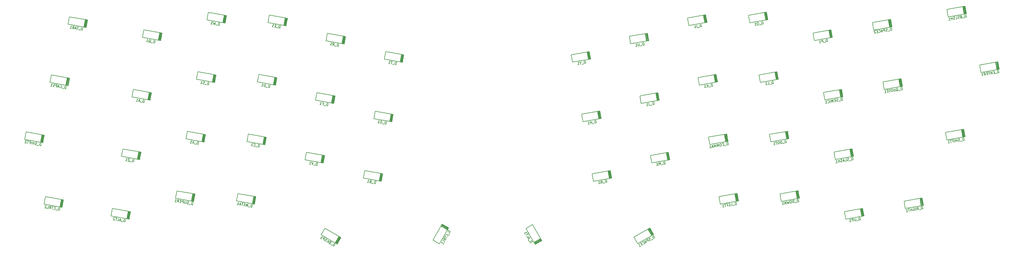
<source format=gbo>
G04 #@! TF.GenerationSoftware,KiCad,Pcbnew,(5.1.4-0-10_14)*
G04 #@! TF.CreationDate,2022-04-12T01:13:52-04:00*
G04 #@! TF.ProjectId,keyboard,6b657962-6f61-4726-942e-6b696361645f,rev?*
G04 #@! TF.SameCoordinates,Original*
G04 #@! TF.FileFunction,Legend,Bot*
G04 #@! TF.FilePolarity,Positive*
%FSLAX46Y46*%
G04 Gerber Fmt 4.6, Leading zero omitted, Abs format (unit mm)*
G04 Created by KiCad (PCBNEW (5.1.4-0-10_14)) date 2022-04-12 01:13:52*
%MOMM*%
%LPD*%
G04 APERTURE LIST*
%ADD10C,0.200000*%
%ADD11C,0.150000*%
%ADD12C,1.750000*%
%ADD13C,1.905000*%
%ADD14C,0.100000*%
%ADD15C,2.250000*%
%ADD16C,3.987800*%
%ADD17C,2.250000*%
%ADD18C,1.600000*%
%ADD19C,1.200000*%
%ADD20C,3.048000*%
%ADD21C,1.524000*%
G04 APERTURE END LIST*
D10*
X95690434Y-106271976D02*
X101402319Y-107279136D01*
X96107190Y-103908438D02*
X95690434Y-106271976D01*
X101819075Y-104915597D02*
X96107190Y-103908438D01*
X101745214Y-104902574D02*
X101328459Y-107266112D01*
X101622114Y-104880868D02*
X101205358Y-107244406D01*
X101426940Y-107283477D02*
X101843695Y-104919938D01*
X101449772Y-104850479D02*
X101033017Y-107214018D01*
X101277431Y-104820091D02*
X100860675Y-107183629D01*
X101105089Y-104789702D02*
X100688334Y-107153241D01*
X237761182Y-76553972D02*
X243473067Y-75546813D01*
X237344426Y-74190434D02*
X237761182Y-76553972D01*
X243056311Y-73183274D02*
X237344426Y-74190434D01*
X242982451Y-73196298D02*
X243399206Y-75559836D01*
X242859350Y-73218004D02*
X243276106Y-75581542D01*
X243497687Y-75542472D02*
X243080932Y-73178933D01*
X242687009Y-73248392D02*
X243103764Y-75611931D01*
X242514667Y-73278781D02*
X242931423Y-75642319D01*
X242342326Y-73309169D02*
X242759081Y-75672708D01*
X116013856Y-100716704D02*
X121725741Y-101723864D01*
X116430612Y-98353166D02*
X116013856Y-100716704D01*
X122142497Y-99360325D02*
X116430612Y-98353166D01*
X122068636Y-99347302D02*
X121651881Y-101710840D01*
X121945536Y-99325596D02*
X121528780Y-101689134D01*
X121750362Y-101728205D02*
X122167117Y-99364666D01*
X121773194Y-99295207D02*
X121356439Y-101658746D01*
X121600853Y-99264819D02*
X121184097Y-101628357D01*
X121428511Y-99234430D02*
X121011756Y-101597969D01*
X122629851Y-63195529D02*
X128341736Y-64202689D01*
X123046607Y-60831991D02*
X122629851Y-63195529D01*
X128758492Y-61839150D02*
X123046607Y-60831991D01*
X128684631Y-61826127D02*
X128267876Y-64189665D01*
X128561531Y-61804421D02*
X128144775Y-64167959D01*
X128366357Y-64207030D02*
X128783112Y-61843491D01*
X128389189Y-61774032D02*
X127972434Y-64137571D01*
X128216848Y-61743644D02*
X127800092Y-64107182D01*
X128044506Y-61713255D02*
X127627751Y-64076794D01*
X153535031Y-107332700D02*
X159246916Y-108339860D01*
X153951787Y-104969162D02*
X153535031Y-107332700D01*
X159663672Y-105976321D02*
X153951787Y-104969162D01*
X159589811Y-105963298D02*
X159173056Y-108326836D01*
X159466711Y-105941592D02*
X159049955Y-108305130D01*
X159271537Y-108344201D02*
X159688292Y-105980662D01*
X159294369Y-105911203D02*
X158877614Y-108274742D01*
X159122028Y-105880815D02*
X158705272Y-108244353D01*
X158949686Y-105850426D02*
X158532931Y-108213965D01*
X323856240Y-126004994D02*
X329568125Y-124997835D01*
X323439484Y-123641456D02*
X323856240Y-126004994D01*
X329151369Y-122634296D02*
X323439484Y-123641456D01*
X329077509Y-122647320D02*
X329494264Y-125010858D01*
X328954408Y-122669026D02*
X329371164Y-125032564D01*
X329592745Y-124993494D02*
X329175990Y-122629955D01*
X328782067Y-122699414D02*
X329198822Y-125062953D01*
X328609725Y-122729803D02*
X329026481Y-125093341D01*
X328437384Y-122760191D02*
X328854139Y-125123730D01*
X256087650Y-70783955D02*
X261799535Y-69776796D01*
X255670894Y-68420417D02*
X256087650Y-70783955D01*
X261382779Y-67413257D02*
X255670894Y-68420417D01*
X261308919Y-67426281D02*
X261725674Y-69789819D01*
X261185818Y-67447987D02*
X261602574Y-69811525D01*
X261824155Y-69772455D02*
X261407400Y-67408916D01*
X261013477Y-67478375D02*
X261430232Y-69841914D01*
X260841135Y-67508764D02*
X261257891Y-69872302D01*
X260668794Y-67539152D02*
X261085549Y-69902691D01*
X78855694Y-64615804D02*
X84567579Y-65622964D01*
X79272450Y-62252266D02*
X78855694Y-64615804D01*
X84984335Y-63259425D02*
X79272450Y-62252266D01*
X84910474Y-63246402D02*
X84493719Y-65609940D01*
X84787374Y-63224696D02*
X84370618Y-65588234D01*
X84592200Y-65627305D02*
X85008955Y-63263766D01*
X84615032Y-63194307D02*
X84198277Y-65557846D01*
X84442691Y-63163919D02*
X84025935Y-65527457D01*
X84270349Y-63133530D02*
X83853594Y-65497069D01*
X178477494Y-75581542D02*
X184189379Y-76588702D01*
X178894250Y-73218004D02*
X178477494Y-75581542D01*
X184606135Y-74225163D02*
X178894250Y-73218004D01*
X184532274Y-74212140D02*
X184115519Y-76575678D01*
X184409174Y-74190434D02*
X183992418Y-76553972D01*
X184214000Y-76593043D02*
X184630755Y-74229504D01*
X184236832Y-74160045D02*
X183820077Y-76523584D01*
X184064491Y-74129657D02*
X183647735Y-76493195D01*
X183892149Y-74099268D02*
X183475394Y-76462807D01*
X112705858Y-119477292D02*
X118417743Y-120484452D01*
X113122614Y-117113754D02*
X112705858Y-119477292D01*
X118834499Y-118120913D02*
X113122614Y-117113754D01*
X118760638Y-118107890D02*
X118343883Y-120471428D01*
X118637538Y-118086184D02*
X118220782Y-120449722D01*
X118442364Y-120488793D02*
X118859119Y-118125254D01*
X118465196Y-118055795D02*
X118048441Y-120419334D01*
X118292855Y-118025407D02*
X117876099Y-120388945D01*
X118120513Y-117995018D02*
X117703758Y-120358557D01*
X332692835Y-66415233D02*
X338404720Y-65408074D01*
X332276079Y-64051695D02*
X332692835Y-66415233D01*
X337987964Y-63044535D02*
X332276079Y-64051695D01*
X337914104Y-63057559D02*
X338330859Y-65421097D01*
X337791003Y-63079265D02*
X338207759Y-65442803D01*
X338429340Y-65403733D02*
X338012585Y-63040194D01*
X337618662Y-63109653D02*
X338035417Y-65473192D01*
X337446320Y-63140042D02*
X337863076Y-65503580D01*
X337273979Y-63170430D02*
X337690734Y-65533969D01*
X258309429Y-133785670D02*
X263332376Y-130885670D01*
X257109429Y-131707210D02*
X258309429Y-133785670D01*
X262132376Y-128807210D02*
X257109429Y-131707210D01*
X262067424Y-128844710D02*
X263267424Y-130923170D01*
X261959171Y-128907210D02*
X263159171Y-130985670D01*
X263354027Y-130873170D02*
X262154027Y-128794710D01*
X261807617Y-128994710D02*
X263007617Y-131073170D01*
X261656062Y-129082210D02*
X262856062Y-131160670D01*
X261504508Y-129169710D02*
X262704508Y-131248170D01*
X320548242Y-107244406D02*
X326260127Y-106237247D01*
X320131486Y-104880868D02*
X320548242Y-107244406D01*
X325843371Y-103873708D02*
X320131486Y-104880868D01*
X325769511Y-103886732D02*
X326186266Y-106250270D01*
X325646410Y-103908438D02*
X326063166Y-106271976D01*
X326284747Y-106232906D02*
X325867992Y-103869367D01*
X325474069Y-103938826D02*
X325890824Y-106302365D01*
X325301727Y-103969215D02*
X325718483Y-106332753D01*
X325129386Y-103999603D02*
X325546141Y-106363142D01*
X65204478Y-100896480D02*
X70916363Y-101903640D01*
X65621234Y-98532942D02*
X65204478Y-100896480D01*
X71333119Y-99540101D02*
X65621234Y-98532942D01*
X71259258Y-99527078D02*
X70842503Y-101890616D01*
X71136158Y-99505372D02*
X70719402Y-101868910D01*
X70940984Y-101907981D02*
X71357739Y-99544442D01*
X70963816Y-99474983D02*
X70547061Y-101838522D01*
X70791475Y-99444595D02*
X70374719Y-101808133D01*
X70619133Y-99414206D02*
X70202378Y-101777745D01*
X355724345Y-101041910D02*
X361436230Y-100034751D01*
X355307589Y-98678372D02*
X355724345Y-101041910D01*
X361019474Y-97671212D02*
X355307589Y-98678372D01*
X360945614Y-97684236D02*
X361362369Y-100047774D01*
X360822513Y-97705942D02*
X361239269Y-100069480D01*
X361460850Y-100030410D02*
X361044095Y-97666871D01*
X360650172Y-97736330D02*
X361066927Y-100099869D01*
X360477830Y-97766719D02*
X360894586Y-100130257D01*
X360305489Y-97797107D02*
X360722244Y-100160646D01*
X317240245Y-88483819D02*
X322952130Y-87476660D01*
X316823489Y-86120281D02*
X317240245Y-88483819D01*
X322535374Y-85113121D02*
X316823489Y-86120281D01*
X322461514Y-85126145D02*
X322878269Y-87489683D01*
X322338413Y-85147851D02*
X322755169Y-87511389D01*
X322976750Y-87472319D02*
X322559995Y-85108780D01*
X322166072Y-85178239D02*
X322582827Y-87541778D01*
X321993730Y-85208628D02*
X322410486Y-87572166D01*
X321821389Y-85239016D02*
X322238144Y-87602555D01*
X119321854Y-81956117D02*
X125033739Y-82963277D01*
X119738610Y-79592579D02*
X119321854Y-81956117D01*
X125450495Y-80599738D02*
X119738610Y-79592579D01*
X125376634Y-80586715D02*
X124959879Y-82950253D01*
X125253534Y-80565009D02*
X124836778Y-82928547D01*
X125058360Y-82967618D02*
X125475115Y-80604079D01*
X125081192Y-80534620D02*
X124664437Y-82898159D01*
X124908851Y-80504232D02*
X124492095Y-82867770D01*
X124736509Y-80473843D02*
X124319754Y-82837382D01*
X342616828Y-122696996D02*
X348328713Y-121689837D01*
X342200072Y-120333458D02*
X342616828Y-122696996D01*
X347911957Y-119326298D02*
X342200072Y-120333458D01*
X347838097Y-119339322D02*
X348254852Y-121702860D01*
X347714996Y-119361028D02*
X348131752Y-121724566D01*
X348353333Y-121685496D02*
X347936578Y-119321957D01*
X347542655Y-119391416D02*
X347959410Y-121754955D01*
X347370313Y-119421805D02*
X347787069Y-121785343D01*
X347197972Y-119452193D02*
X347614727Y-121815732D01*
X160151026Y-69811525D02*
X165862911Y-70818685D01*
X160567782Y-67447987D02*
X160151026Y-69811525D01*
X166279667Y-68455146D02*
X160567782Y-67447987D01*
X166205806Y-68442123D02*
X165789051Y-70805661D01*
X166082706Y-68420417D02*
X165665950Y-70783955D01*
X165887532Y-70823026D02*
X166304287Y-68459487D01*
X165910364Y-68390028D02*
X165493609Y-70753567D01*
X165738023Y-68359640D02*
X165321267Y-70723178D01*
X165565681Y-68329251D02*
X165148926Y-70692790D01*
X336000833Y-85175821D02*
X341712718Y-84168662D01*
X335584077Y-82812283D02*
X336000833Y-85175821D01*
X341295962Y-81805123D02*
X335584077Y-82812283D01*
X341222102Y-81818147D02*
X341638857Y-84181685D01*
X341099001Y-81839853D02*
X341515757Y-84203391D01*
X341737338Y-84164321D02*
X341320583Y-81800782D01*
X340926660Y-81870241D02*
X341343415Y-84233780D01*
X340754318Y-81900630D02*
X341171074Y-84264168D01*
X340581977Y-81931018D02*
X340998732Y-84294557D01*
X102306429Y-68750801D02*
X108018314Y-69757961D01*
X102723185Y-66387263D02*
X102306429Y-68750801D01*
X108435070Y-67394422D02*
X102723185Y-66387263D01*
X108361209Y-67381399D02*
X107944454Y-69744937D01*
X108238109Y-67359693D02*
X107821353Y-69723231D01*
X108042935Y-69762302D02*
X108459690Y-67398763D01*
X108065767Y-67329304D02*
X107649012Y-69692843D01*
X107893426Y-67298916D02*
X107476670Y-69662454D01*
X107721084Y-67268527D02*
X107304329Y-69632066D01*
X313932247Y-69723231D02*
X319644132Y-68716072D01*
X313515491Y-67359693D02*
X313932247Y-69723231D01*
X319227376Y-66352533D02*
X313515491Y-67359693D01*
X319153516Y-66365557D02*
X319570271Y-68729095D01*
X319030415Y-66387263D02*
X319447171Y-68750801D01*
X319668752Y-68711731D02*
X319251997Y-66348192D01*
X318858074Y-66417651D02*
X319274829Y-68781190D01*
X318685732Y-66448040D02*
X319102488Y-68811578D01*
X318513391Y-66478428D02*
X318930146Y-68841967D01*
X293608825Y-64167959D02*
X299320710Y-63160800D01*
X293192069Y-61804421D02*
X293608825Y-64167959D01*
X298903954Y-60797261D02*
X293192069Y-61804421D01*
X298830094Y-60810285D02*
X299246849Y-63173823D01*
X298706993Y-60831991D02*
X299123749Y-63195529D01*
X299345330Y-63156459D02*
X298928575Y-60792920D01*
X298534652Y-60862379D02*
X298951407Y-63225918D01*
X298362310Y-60892768D02*
X298779066Y-63256306D01*
X298189969Y-60923156D02*
X298606724Y-63286695D01*
X244377177Y-114075147D02*
X250089062Y-113067988D01*
X243960421Y-111711609D02*
X244377177Y-114075147D01*
X249672306Y-110704449D02*
X243960421Y-111711609D01*
X249598446Y-110717473D02*
X250015201Y-113081011D01*
X249475345Y-110739179D02*
X249892101Y-113102717D01*
X250113682Y-113063647D02*
X249696927Y-110700108D01*
X249303004Y-110769567D02*
X249719759Y-113133106D01*
X249130662Y-110799956D02*
X249547418Y-113163494D01*
X248958321Y-110830344D02*
X249375076Y-113193883D01*
X131900565Y-120323271D02*
X137612450Y-121330431D01*
X132317321Y-117959733D02*
X131900565Y-120323271D01*
X138029206Y-118966892D02*
X132317321Y-117959733D01*
X137955345Y-118953869D02*
X137538590Y-121317407D01*
X137832245Y-118932163D02*
X137415489Y-121295701D01*
X137637071Y-121334772D02*
X138053826Y-118971233D01*
X137659903Y-118901774D02*
X137243148Y-121265313D01*
X137487562Y-118871386D02*
X137070806Y-121234924D01*
X137315220Y-118840997D02*
X136898465Y-121204536D01*
X262703645Y-108305130D02*
X268415530Y-107297971D01*
X262286889Y-105941592D02*
X262703645Y-108305130D01*
X267998774Y-104934432D02*
X262286889Y-105941592D01*
X267924914Y-104947456D02*
X268341669Y-107310994D01*
X267801813Y-104969162D02*
X268218569Y-107332700D01*
X268440150Y-107293630D02*
X268023395Y-104930091D01*
X267629472Y-104999550D02*
X268046227Y-107363089D01*
X267457130Y-105029939D02*
X267873886Y-107393477D01*
X267284789Y-105060327D02*
X267701544Y-107423866D01*
X284338111Y-121295701D02*
X290049996Y-120288542D01*
X283921355Y-118932163D02*
X284338111Y-121295701D01*
X289633240Y-117925003D02*
X283921355Y-118932163D01*
X289559380Y-117938027D02*
X289976135Y-120301565D01*
X289436279Y-117959733D02*
X289853035Y-120323271D01*
X290074616Y-120284201D02*
X289657861Y-117920662D01*
X289263938Y-117990121D02*
X289680693Y-120353660D01*
X289091596Y-118020510D02*
X289508352Y-120384048D01*
X288919255Y-118050898D02*
X289336010Y-120414437D01*
X296916823Y-82928547D02*
X302628708Y-81921388D01*
X296500067Y-80565009D02*
X296916823Y-82928547D01*
X302211952Y-79557849D02*
X296500067Y-80565009D01*
X302138092Y-79570873D02*
X302554847Y-81934411D01*
X302014991Y-79592579D02*
X302431747Y-81956117D01*
X302653328Y-81917047D02*
X302236573Y-79553508D01*
X301842650Y-79622967D02*
X302259405Y-81986506D01*
X301670308Y-79653356D02*
X302087064Y-82016894D01*
X301497967Y-79683744D02*
X301914722Y-82047283D01*
X277722116Y-83774526D02*
X283434001Y-82767367D01*
X277305360Y-81410988D02*
X277722116Y-83774526D01*
X283017245Y-80403828D02*
X277305360Y-81410988D01*
X282943385Y-80416852D02*
X283360140Y-82780390D01*
X282820284Y-80438558D02*
X283237040Y-82802096D01*
X283458621Y-82763026D02*
X283041866Y-80399487D01*
X282647943Y-80468946D02*
X283064698Y-82832485D01*
X282475601Y-80499335D02*
X282892357Y-82862873D01*
X282303260Y-80529723D02*
X282720015Y-82893262D01*
X259395648Y-89544543D02*
X265107533Y-88537384D01*
X258978892Y-87181005D02*
X259395648Y-89544543D01*
X264690777Y-86173845D02*
X258978892Y-87181005D01*
X264616917Y-86186869D02*
X265033672Y-88550407D01*
X264493816Y-86208575D02*
X264910572Y-88572113D01*
X265132153Y-88533043D02*
X264715398Y-86169504D01*
X264321475Y-86238963D02*
X264738230Y-88602502D01*
X264149133Y-86269352D02*
X264565889Y-88632890D01*
X263976792Y-86299740D02*
X264393547Y-88663279D01*
X274414118Y-65013938D02*
X280126003Y-64006779D01*
X273997362Y-62650400D02*
X274414118Y-65013938D01*
X279709247Y-61643240D02*
X273997362Y-62650400D01*
X279635387Y-61656264D02*
X280052142Y-64019802D01*
X279512286Y-61677970D02*
X279929042Y-64041508D01*
X280150623Y-64002438D02*
X279733868Y-61638899D01*
X279339945Y-61708358D02*
X279756700Y-64071897D01*
X279167603Y-61738747D02*
X279584359Y-64102285D01*
X278995262Y-61769135D02*
X279412017Y-64132674D01*
X241069180Y-95314560D02*
X246781065Y-94307401D01*
X240652424Y-92951022D02*
X241069180Y-95314560D01*
X246364309Y-91943862D02*
X240652424Y-92951022D01*
X246290449Y-91956886D02*
X246707204Y-94320424D01*
X246167348Y-91978592D02*
X246584104Y-94342130D01*
X246805685Y-94303060D02*
X246388930Y-91939521D01*
X245995007Y-92008980D02*
X246411762Y-94372519D01*
X245822665Y-92039369D02*
X246239421Y-94402907D01*
X245650324Y-92069757D02*
X246067079Y-94433296D01*
X175169497Y-94342130D02*
X180881382Y-95349290D01*
X175586253Y-91978592D02*
X175169497Y-94342130D01*
X181298138Y-92985751D02*
X175586253Y-91978592D01*
X181224277Y-92972728D02*
X180807522Y-95336266D01*
X181101177Y-92951022D02*
X180684421Y-95314560D01*
X180906003Y-95353631D02*
X181322758Y-92990092D01*
X180928835Y-92920633D02*
X180512080Y-95284172D01*
X180756494Y-92890245D02*
X180339738Y-95253783D01*
X180584152Y-92859856D02*
X180167397Y-95223395D01*
X156843029Y-88572113D02*
X162554914Y-89579273D01*
X157259785Y-86208575D02*
X156843029Y-88572113D01*
X162971670Y-87215734D02*
X157259785Y-86208575D01*
X162897809Y-87202711D02*
X162481054Y-89566249D01*
X162774709Y-87181005D02*
X162357953Y-89544543D01*
X162579535Y-89583614D02*
X162996290Y-87220075D01*
X162602367Y-87150616D02*
X162185612Y-89514155D01*
X162430026Y-87120228D02*
X162013270Y-89483766D01*
X162257684Y-87089839D02*
X161840929Y-89453378D01*
X366486788Y-79800325D02*
X372198673Y-78793166D01*
X366070032Y-77436787D02*
X366486788Y-79800325D01*
X371781917Y-76429627D02*
X366070032Y-77436787D01*
X371708057Y-76442651D02*
X372124812Y-78806189D01*
X371584956Y-76464357D02*
X372001712Y-78827895D01*
X372223293Y-78788825D02*
X371806538Y-76425286D01*
X371412615Y-76494745D02*
X371829370Y-78858284D01*
X371240273Y-76525134D02*
X371657029Y-78888672D01*
X371067932Y-76555522D02*
X371484687Y-78919061D01*
X141824558Y-64041508D02*
X147536443Y-65048668D01*
X142241314Y-61677970D02*
X141824558Y-64041508D01*
X147953199Y-62685129D02*
X142241314Y-61677970D01*
X147879338Y-62672106D02*
X147462583Y-65035644D01*
X147756238Y-62650400D02*
X147339482Y-65013938D01*
X147561064Y-65053009D02*
X147977819Y-62689470D01*
X147583896Y-62620011D02*
X147167141Y-64983550D01*
X147411555Y-62589623D02*
X146994799Y-64953161D01*
X147239213Y-62559234D02*
X146822458Y-64922773D01*
X303532818Y-120449722D02*
X309244703Y-119442563D01*
X303116062Y-118086184D02*
X303532818Y-120449722D01*
X308827947Y-117079024D02*
X303116062Y-118086184D01*
X308754087Y-117092048D02*
X309170842Y-119455586D01*
X308630986Y-117113754D02*
X309047742Y-119477292D01*
X309269323Y-119438222D02*
X308852568Y-117074683D01*
X308458645Y-117144142D02*
X308875400Y-119507681D01*
X308286303Y-117174531D02*
X308703059Y-119538069D01*
X308113962Y-117204919D02*
X308530717Y-119568458D01*
X300224820Y-101689134D02*
X305936705Y-100681975D01*
X299808064Y-99325596D02*
X300224820Y-101689134D01*
X305519949Y-98318436D02*
X299808064Y-99325596D01*
X305446089Y-98331460D02*
X305862844Y-100694998D01*
X305322988Y-98353166D02*
X305739744Y-100716704D01*
X305961325Y-100677634D02*
X305544570Y-98314095D01*
X305150647Y-98383554D02*
X305567402Y-100747093D01*
X304978305Y-98413943D02*
X305395061Y-100777481D01*
X304805964Y-98444331D02*
X305222719Y-100807870D01*
X138516561Y-82802096D02*
X144228446Y-83809256D01*
X138933317Y-80438558D02*
X138516561Y-82802096D01*
X144645202Y-81445717D02*
X138933317Y-80438558D01*
X144571341Y-81432694D02*
X144154586Y-83796232D01*
X144448241Y-81410988D02*
X144031485Y-83774526D01*
X144253067Y-83813597D02*
X144669822Y-81450058D01*
X144275899Y-81380599D02*
X143859144Y-83744138D01*
X144103558Y-81350211D02*
X143686802Y-83713749D01*
X143931216Y-81319822D02*
X143514461Y-83683361D01*
X71276775Y-121311067D02*
X76988660Y-122318227D01*
X71693531Y-118947529D02*
X71276775Y-121311067D01*
X77405416Y-119954688D02*
X71693531Y-118947529D01*
X77331555Y-119941665D02*
X76914800Y-122305203D01*
X77208455Y-119919959D02*
X76791699Y-122283497D01*
X77013281Y-122322568D02*
X77430036Y-119959029D01*
X77036113Y-119889570D02*
X76619358Y-122253109D01*
X76863772Y-119859182D02*
X76447016Y-122222720D01*
X76691430Y-119828793D02*
X76274675Y-122192332D01*
X195857577Y-133816504D02*
X198757577Y-128793557D01*
X193779117Y-132616504D02*
X195857577Y-133816504D01*
X196679117Y-127593557D02*
X193779117Y-132616504D01*
X196641617Y-127658509D02*
X198720077Y-128858509D01*
X196579117Y-127766762D02*
X198657577Y-128966762D01*
X198770077Y-128771906D02*
X196691617Y-127571906D01*
X196491617Y-127918316D02*
X198570077Y-129118316D01*
X196404117Y-128069871D02*
X198482577Y-129269871D01*
X196316617Y-128221425D02*
X198395077Y-129421425D01*
X281030113Y-102535113D02*
X286741998Y-101527954D01*
X280613357Y-100171575D02*
X281030113Y-102535113D01*
X286325242Y-99164415D02*
X280613357Y-100171575D01*
X286251382Y-99177439D02*
X286668137Y-101540977D01*
X286128281Y-99199145D02*
X286545037Y-101562683D01*
X286766618Y-101523613D02*
X286349863Y-99160074D01*
X285955940Y-99229533D02*
X286372695Y-101593072D01*
X285783598Y-99259922D02*
X286200354Y-101623460D01*
X285611257Y-99290310D02*
X286028012Y-101653849D01*
X73202623Y-82962892D02*
X78914508Y-83970052D01*
X73619379Y-80599354D02*
X73202623Y-82962892D01*
X79331264Y-81606513D02*
X73619379Y-80599354D01*
X79257403Y-81593490D02*
X78840648Y-83957028D01*
X79134303Y-81571784D02*
X78717547Y-83935322D01*
X78939129Y-83974393D02*
X79355884Y-81610854D01*
X78961961Y-81541395D02*
X78545206Y-83904934D01*
X78789620Y-81511007D02*
X78372864Y-83874545D01*
X78617278Y-81480618D02*
X78200523Y-83844157D01*
X135208563Y-101562683D02*
X140920448Y-102569843D01*
X135625319Y-99199145D02*
X135208563Y-101562683D01*
X141337204Y-100206304D02*
X135625319Y-99199145D01*
X141263343Y-100193281D02*
X140846588Y-102556819D01*
X141140243Y-100171575D02*
X140723487Y-102535113D01*
X140945069Y-102574184D02*
X141361824Y-100210645D01*
X140967901Y-100141186D02*
X140551146Y-102504725D01*
X140795560Y-100110798D02*
X140378804Y-102474336D01*
X140623218Y-100080409D02*
X140206463Y-102443948D01*
X356143570Y-62280236D02*
X361855455Y-61273077D01*
X355726814Y-59916698D02*
X356143570Y-62280236D01*
X361438699Y-58909538D02*
X355726814Y-59916698D01*
X361364839Y-58922562D02*
X361781594Y-61286100D01*
X361241738Y-58944268D02*
X361658494Y-61307806D01*
X361880075Y-61268736D02*
X361463320Y-58905197D01*
X361069397Y-58974656D02*
X361486152Y-61338195D01*
X360897055Y-59005045D02*
X361313811Y-61368583D01*
X360724714Y-59035433D02*
X361141469Y-61398972D01*
X158594429Y-130985670D02*
X163617376Y-133885670D01*
X159794429Y-128907210D02*
X158594429Y-130985670D01*
X164817376Y-131807210D02*
X159794429Y-128907210D01*
X164752424Y-131769710D02*
X163552424Y-133848170D01*
X164644171Y-131707210D02*
X163444171Y-133785670D01*
X163639027Y-133898170D02*
X164839027Y-131819710D01*
X164492617Y-131619710D02*
X163292617Y-133698170D01*
X164341062Y-131532210D02*
X163141062Y-133610670D01*
X164189508Y-131444710D02*
X162989508Y-133523170D01*
X171861499Y-113102717D02*
X177573384Y-114109877D01*
X172278255Y-110739179D02*
X171861499Y-113102717D01*
X177990140Y-111746338D02*
X172278255Y-110739179D01*
X177916279Y-111733315D02*
X177499524Y-114096853D01*
X177793179Y-111711609D02*
X177376423Y-114075147D01*
X177598005Y-114114218D02*
X178014760Y-111750679D01*
X177620837Y-111681220D02*
X177204082Y-114044759D01*
X177448496Y-111650832D02*
X177031740Y-114014370D01*
X177276154Y-111620443D02*
X176859399Y-113983982D01*
X92382436Y-125032564D02*
X98094321Y-126039724D01*
X92799192Y-122669026D02*
X92382436Y-125032564D01*
X98511077Y-123676185D02*
X92799192Y-122669026D01*
X98437216Y-123663162D02*
X98020461Y-126026700D01*
X98314116Y-123641456D02*
X97897360Y-126004994D01*
X98118942Y-126044065D02*
X98535697Y-123680526D01*
X98141774Y-123611067D02*
X97725019Y-125974606D01*
X97969433Y-123580679D02*
X97552677Y-125944217D01*
X97797091Y-123550290D02*
X97380336Y-125913829D01*
X223096023Y-128966762D02*
X225996023Y-133989709D01*
X225174483Y-127766762D02*
X223096023Y-128966762D01*
X228074483Y-132789709D02*
X225174483Y-127766762D01*
X228036983Y-132724757D02*
X225958523Y-133924757D01*
X227974483Y-132616504D02*
X225896023Y-133816504D01*
X226008523Y-134011360D02*
X228086983Y-132811360D01*
X227886983Y-132464950D02*
X225808523Y-133664950D01*
X227799483Y-132313395D02*
X225721023Y-133513395D01*
X227711983Y-132161841D02*
X225633523Y-133361841D01*
X98998432Y-87511389D02*
X104710317Y-88518549D01*
X99415188Y-85147851D02*
X98998432Y-87511389D01*
X105127073Y-86155010D02*
X99415188Y-85147851D01*
X105053212Y-86141987D02*
X104636457Y-88505525D01*
X104930112Y-86120281D02*
X104513356Y-88483819D01*
X104734938Y-88522890D02*
X105151693Y-86159351D01*
X104757770Y-86089892D02*
X104341015Y-88453431D01*
X104585429Y-86059504D02*
X104168673Y-88423042D01*
X104413087Y-86029115D02*
X103996332Y-88392654D01*
D11*
X99515959Y-108050191D02*
X99654877Y-107262345D01*
X99467295Y-107229269D01*
X99348130Y-107246940D01*
X99259867Y-107308743D01*
X99209120Y-107377161D01*
X99145143Y-107520611D01*
X99125297Y-107633161D01*
X99136353Y-107789842D01*
X99160639Y-107871490D01*
X99222442Y-107959753D01*
X99328376Y-108017115D01*
X99515959Y-108050191D01*
X98902465Y-108019382D02*
X98302201Y-107913539D01*
X98341800Y-107030814D02*
X97816569Y-106938202D01*
X98202882Y-107818660D01*
X97677651Y-107726048D01*
X96964838Y-107600360D02*
X97415035Y-107679742D01*
X97189937Y-107640051D02*
X97328855Y-106852205D01*
X97384043Y-106977984D01*
X97445845Y-107066248D01*
X97514263Y-107116995D01*
X241926668Y-76923156D02*
X241787750Y-76135310D01*
X241600167Y-76168386D01*
X241494233Y-76225748D01*
X241432430Y-76314011D01*
X241408144Y-76395659D01*
X241397089Y-76552340D01*
X241416934Y-76664890D01*
X241480911Y-76808341D01*
X241531658Y-76876758D01*
X241619921Y-76938561D01*
X241739086Y-76956232D01*
X241926668Y-76923156D01*
X241339635Y-77104032D02*
X240739371Y-77209875D01*
X240322341Y-76819213D02*
X240388492Y-77194378D01*
X240512189Y-76360226D02*
X240322341Y-76819213D01*
X239986959Y-76452838D01*
X239450580Y-77359757D02*
X239900778Y-77280375D01*
X239675679Y-77320066D02*
X239536761Y-76532220D01*
X239631639Y-76631539D01*
X239719902Y-76693342D01*
X239801551Y-76717628D01*
X119839381Y-102494919D02*
X119978299Y-101707073D01*
X119790717Y-101673997D01*
X119671552Y-101691668D01*
X119583289Y-101753471D01*
X119532542Y-101821889D01*
X119468565Y-101965339D01*
X119448719Y-102077889D01*
X119459775Y-102234570D01*
X119484061Y-102316218D01*
X119545864Y-102404481D01*
X119651798Y-102461843D01*
X119839381Y-102494919D01*
X119225887Y-102464110D02*
X118625623Y-102358267D01*
X118665222Y-101475542D02*
X118001073Y-102170776D01*
X118139991Y-101382930D02*
X118526304Y-102263388D01*
X117288260Y-102045088D02*
X117738457Y-102124470D01*
X117513359Y-102084779D02*
X117652277Y-101296933D01*
X117707465Y-101422712D01*
X117769267Y-101510976D01*
X117837685Y-101561723D01*
X126530409Y-64986975D02*
X126669327Y-64199128D01*
X126481745Y-64166053D01*
X126362580Y-64183724D01*
X126274317Y-64245526D01*
X126223570Y-64313944D01*
X126159593Y-64457395D01*
X126139747Y-64569944D01*
X126150803Y-64726625D01*
X126175089Y-64808273D01*
X126236892Y-64896537D01*
X126342826Y-64953899D01*
X126530409Y-64986975D01*
X125916915Y-64956165D02*
X125316651Y-64850322D01*
X125356250Y-63967597D02*
X125029749Y-64722368D01*
X124978911Y-64133160D01*
X124729617Y-64669447D01*
X124680953Y-63848524D01*
X123829222Y-64510682D02*
X124279419Y-64590064D01*
X124054321Y-64550373D02*
X124193239Y-63762527D01*
X124248427Y-63888307D01*
X124310229Y-63976570D01*
X124378647Y-64027317D01*
X157323039Y-109104300D02*
X157461958Y-108316454D01*
X157274375Y-108283378D01*
X157155211Y-108301049D01*
X157066947Y-108362852D01*
X157016201Y-108431269D01*
X156952223Y-108574720D01*
X156932378Y-108687270D01*
X156943434Y-108843951D01*
X156967720Y-108925599D01*
X157029522Y-109013862D01*
X157135457Y-109071224D01*
X157323039Y-109104300D01*
X156709545Y-109073490D02*
X156109281Y-108967648D01*
X156186397Y-108091538D02*
X155784863Y-108833078D01*
X155661166Y-107998926D01*
X154846951Y-108667699D02*
X155297149Y-108747081D01*
X155072050Y-108707390D02*
X155210969Y-107919544D01*
X155266156Y-108045324D01*
X155327959Y-108133587D01*
X155396376Y-108184334D01*
X328490682Y-126291489D02*
X328351764Y-125503642D01*
X328164181Y-125536718D01*
X328058247Y-125594080D01*
X327996445Y-125682343D01*
X327972158Y-125763992D01*
X327961103Y-125920673D01*
X327980948Y-126033222D01*
X328044925Y-126176673D01*
X328095672Y-126245091D01*
X328183935Y-126306893D01*
X328303100Y-126324564D01*
X328490682Y-126291489D01*
X327903649Y-126472364D02*
X327303385Y-126578207D01*
X326963654Y-125748404D02*
X327076112Y-126386184D01*
X327051826Y-126467832D01*
X327020924Y-126511964D01*
X326952507Y-126562710D01*
X326802441Y-126589171D01*
X326720792Y-126564885D01*
X326676661Y-126533984D01*
X326625914Y-126465566D01*
X326513456Y-125827786D01*
X326277210Y-126681783D02*
X326138291Y-125893937D01*
X325838159Y-125946859D01*
X325769742Y-125997605D01*
X325738840Y-126041737D01*
X325714554Y-126123385D01*
X325734400Y-126235935D01*
X325785146Y-126304353D01*
X325829278Y-126335254D01*
X325910926Y-126359540D01*
X326211058Y-126306619D01*
X325076682Y-126893469D02*
X325526880Y-126814087D01*
X325301781Y-126853778D02*
X325162863Y-126065932D01*
X325257741Y-126165251D01*
X325346004Y-126227053D01*
X325427653Y-126251340D01*
X260328169Y-71139909D02*
X260189251Y-70352063D01*
X260001668Y-70385138D01*
X259895734Y-70442500D01*
X259833931Y-70530764D01*
X259809645Y-70612412D01*
X259798590Y-70769093D01*
X259818435Y-70881642D01*
X259882412Y-71025093D01*
X259933159Y-71093511D01*
X260021422Y-71155314D01*
X260140587Y-71172985D01*
X260328169Y-71139909D01*
X259741136Y-71320784D02*
X259140872Y-71426627D01*
X258801141Y-70596824D02*
X258913599Y-71234604D01*
X258889313Y-71316252D01*
X258858411Y-71360384D01*
X258789993Y-71411131D01*
X258639928Y-71437591D01*
X258558279Y-71413305D01*
X258514148Y-71382404D01*
X258463401Y-71313986D01*
X258350943Y-70676206D01*
X257702015Y-71602971D02*
X258152213Y-71523589D01*
X257927114Y-71563280D02*
X257788196Y-70775433D01*
X257883074Y-70874753D01*
X257971338Y-70936555D01*
X258052986Y-70960841D01*
X83337757Y-66509785D02*
X83476676Y-65721939D01*
X83289093Y-65688863D01*
X83169929Y-65706534D01*
X83081665Y-65768336D01*
X83030919Y-65836754D01*
X82966941Y-65980205D01*
X82947096Y-66092754D01*
X82958152Y-66249435D01*
X82982438Y-66331084D01*
X83044240Y-66419347D01*
X83150175Y-66476709D01*
X83337757Y-66509785D01*
X82724263Y-66478975D02*
X82123999Y-66373132D01*
X82201115Y-65497023D02*
X81750917Y-65417641D01*
X81837098Y-66245178D02*
X81976016Y-65457332D01*
X81426591Y-65940697D02*
X81051426Y-65874545D01*
X81461933Y-66179026D02*
X81338236Y-65344874D01*
X80936702Y-66086414D01*
X80484238Y-65581120D02*
X80365074Y-65598791D01*
X80320942Y-65629693D01*
X80270195Y-65698110D01*
X80250350Y-65810660D01*
X80274636Y-65892308D01*
X80305537Y-65936440D01*
X80373955Y-65987186D01*
X80674087Y-66040108D01*
X80813005Y-65252262D01*
X80550390Y-65205955D01*
X80468742Y-65230242D01*
X80424610Y-65261143D01*
X80373863Y-65329561D01*
X80360633Y-65404594D01*
X80384919Y-65486242D01*
X80415820Y-65530373D01*
X80484238Y-65581120D01*
X80746854Y-65627426D01*
X79473559Y-65828422D02*
X79923757Y-65907804D01*
X79698658Y-65868113D02*
X79837577Y-65080267D01*
X79892764Y-65206047D01*
X79954567Y-65294310D01*
X80022984Y-65345057D01*
X182227986Y-77346527D02*
X182366904Y-76558681D01*
X182179322Y-76525605D01*
X182060157Y-76543276D01*
X181971894Y-76605078D01*
X181921147Y-76673496D01*
X181857170Y-76816947D01*
X181837324Y-76929497D01*
X181848380Y-77086178D01*
X181872666Y-77167826D01*
X181934469Y-77256089D01*
X182040403Y-77313451D01*
X182227986Y-77346527D01*
X181614492Y-77315717D02*
X181014228Y-77209875D01*
X181091344Y-76333765D02*
X180641146Y-76254383D01*
X180727326Y-77081920D02*
X180866245Y-76294074D01*
X179826931Y-76923156D02*
X180277128Y-77002538D01*
X180052030Y-76962847D02*
X180190948Y-76175001D01*
X180246136Y-76300781D01*
X180307938Y-76389044D01*
X180376356Y-76439791D01*
X118088317Y-121530037D02*
X118227235Y-120742191D01*
X118039653Y-120709115D01*
X117920488Y-120726786D01*
X117832225Y-120788588D01*
X117781478Y-120857006D01*
X117717501Y-121000457D01*
X117697656Y-121113006D01*
X117708711Y-121269687D01*
X117732997Y-121351336D01*
X117794800Y-121439599D01*
X117900734Y-121496961D01*
X118088317Y-121530037D01*
X117474823Y-121499227D02*
X116874559Y-121393384D01*
X116744339Y-121254374D02*
X116625174Y-121272045D01*
X116437591Y-121238969D01*
X116369174Y-121188223D01*
X116338272Y-121144091D01*
X116313986Y-121062443D01*
X116327217Y-120987410D01*
X116377963Y-120918992D01*
X116422095Y-120888091D01*
X116503743Y-120863804D01*
X116660424Y-120852749D01*
X116742072Y-120828463D01*
X116786204Y-120797561D01*
X116836951Y-120729143D01*
X116850181Y-120654110D01*
X116825895Y-120572462D01*
X116794994Y-120528331D01*
X116726576Y-120477584D01*
X116538994Y-120444508D01*
X116419829Y-120462179D01*
X116088796Y-120365126D02*
X115976338Y-121002906D01*
X115925591Y-121071324D01*
X115881459Y-121102225D01*
X115799811Y-121126511D01*
X115649745Y-121100051D01*
X115581327Y-121049304D01*
X115550426Y-121005172D01*
X115526140Y-120923524D01*
X115638598Y-120285744D01*
X115124514Y-121007438D02*
X115263433Y-120219592D01*
X114963301Y-120166671D01*
X114881653Y-120190957D01*
X114837521Y-120221858D01*
X114786774Y-120290276D01*
X114766929Y-120402826D01*
X114791215Y-120484474D01*
X114822116Y-120528605D01*
X114890534Y-120579352D01*
X115190666Y-120632274D01*
X114409435Y-120455839D02*
X114146820Y-120409532D01*
X113961503Y-120802368D02*
X114336668Y-120868520D01*
X114475587Y-120080674D01*
X114100422Y-120014522D01*
X113173657Y-120663450D02*
X113502424Y-120334591D01*
X113623855Y-120742832D02*
X113762774Y-119954985D01*
X113462642Y-119902064D01*
X113380994Y-119926350D01*
X113336862Y-119957252D01*
X113286115Y-120025669D01*
X113266270Y-120138219D01*
X113290556Y-120219867D01*
X113321457Y-120263999D01*
X113389875Y-120314745D01*
X113690007Y-120367667D01*
X112423327Y-120531146D02*
X112873525Y-120610528D01*
X112648426Y-120570837D02*
X112787345Y-119782991D01*
X112842532Y-119908771D01*
X112904335Y-119997034D01*
X112972753Y-120047781D01*
X338377739Y-66516503D02*
X338238821Y-65728657D01*
X338051238Y-65761732D01*
X337945304Y-65819094D01*
X337883501Y-65907358D01*
X337859215Y-65989006D01*
X337848159Y-66145687D01*
X337868005Y-66258236D01*
X337931982Y-66401687D01*
X337982729Y-66470105D01*
X338070992Y-66531908D01*
X338190157Y-66549579D01*
X338377739Y-66516503D01*
X337790706Y-66697378D02*
X337190442Y-66803221D01*
X337020530Y-66717132D02*
X336914596Y-66774494D01*
X336727014Y-66807570D01*
X336645366Y-66783284D01*
X336601234Y-66752383D01*
X336550487Y-66683965D01*
X336537257Y-66608932D01*
X336561543Y-66527284D01*
X336592444Y-66483152D01*
X336660862Y-66432405D01*
X336804313Y-66368428D01*
X336872731Y-66317681D01*
X336903632Y-66273550D01*
X336927918Y-66191902D01*
X336914688Y-66116869D01*
X336863941Y-66048451D01*
X336819809Y-66017549D01*
X336738161Y-65993263D01*
X336550579Y-66026339D01*
X336444644Y-66083701D01*
X336239299Y-66893567D02*
X336100381Y-66105721D01*
X335800249Y-66158643D01*
X335731831Y-66209389D01*
X335700930Y-66253521D01*
X335676644Y-66335169D01*
X335696489Y-66447719D01*
X335747236Y-66516136D01*
X335791368Y-66547038D01*
X335873016Y-66571324D01*
X336173148Y-66518403D01*
X335449279Y-66800772D02*
X335074114Y-66866924D01*
X335564003Y-67012640D02*
X335162469Y-66271100D01*
X335038772Y-67105253D01*
X334312728Y-67155908D02*
X334356860Y-67186809D01*
X334476025Y-67204480D01*
X334551058Y-67191250D01*
X334656992Y-67133888D01*
X334718794Y-67045625D01*
X334743081Y-66963977D01*
X334754136Y-66807295D01*
X334734291Y-66694746D01*
X334670314Y-66551295D01*
X334619567Y-66482877D01*
X334531304Y-66421075D01*
X334412139Y-66403404D01*
X334337106Y-66416634D01*
X334231172Y-66473996D01*
X334200270Y-66518128D01*
X333915543Y-66877796D02*
X333652928Y-66924102D01*
X333613145Y-67356629D02*
X333988310Y-67290478D01*
X333849392Y-66502631D01*
X333474227Y-66568783D01*
X333187325Y-66696737D02*
X333143194Y-66665836D01*
X333061545Y-66641550D01*
X332873963Y-66674626D01*
X332805545Y-66725373D01*
X332774644Y-66769504D01*
X332750358Y-66851152D01*
X332763588Y-66926185D01*
X332820950Y-67032120D01*
X333350530Y-67402935D01*
X332862816Y-67488933D01*
X263686127Y-131936481D02*
X263286127Y-131243661D01*
X263121170Y-131338899D01*
X263041243Y-131429033D01*
X263013356Y-131533111D01*
X263018460Y-131618142D01*
X263061659Y-131769155D01*
X263118801Y-131868129D01*
X263227983Y-131981048D01*
X263299070Y-132027983D01*
X263403148Y-132055871D01*
X263521170Y-132031719D01*
X263686127Y-131936481D01*
X263196359Y-132307226D02*
X262668496Y-132611988D01*
X262479388Y-132589204D02*
X262399461Y-132679338D01*
X262234504Y-132774576D01*
X262149473Y-132779680D01*
X262097434Y-132765736D01*
X262026348Y-132718801D01*
X261988252Y-132652818D01*
X261983148Y-132567788D01*
X261997092Y-132515749D01*
X262044028Y-132444662D01*
X262156946Y-132335480D01*
X262203881Y-132264393D01*
X262217825Y-132212354D01*
X262212721Y-132127324D01*
X262174626Y-132061341D01*
X262103539Y-132014405D01*
X262051500Y-132000462D01*
X261966470Y-132005565D01*
X261801512Y-132100804D01*
X261721586Y-132190938D01*
X261805615Y-133022195D02*
X261405615Y-132329375D01*
X261141683Y-132481756D01*
X261094748Y-132552843D01*
X261080804Y-132604882D01*
X261085908Y-132689912D01*
X261143051Y-132788887D01*
X261214138Y-132835822D01*
X261266177Y-132849766D01*
X261351207Y-132844662D01*
X261615139Y-132692281D01*
X261031500Y-133205199D02*
X260701586Y-133395675D01*
X261211769Y-133365052D02*
X260580829Y-132805565D01*
X260749889Y-133631719D01*
X260084956Y-133927641D02*
X260136995Y-133941585D01*
X260255017Y-133917433D01*
X260321000Y-133879338D01*
X260400927Y-133789204D01*
X260428814Y-133685126D01*
X260423711Y-133600095D01*
X260380512Y-133449082D01*
X260323369Y-133350108D01*
X260214187Y-133237189D01*
X260143100Y-133190254D01*
X260039022Y-133162366D01*
X259921000Y-133186518D01*
X259855017Y-133224613D01*
X259775090Y-133314747D01*
X259761147Y-133366786D01*
X259616605Y-133802147D02*
X259385664Y-133935480D01*
X259496214Y-134355529D02*
X259826128Y-134165052D01*
X259426128Y-133472232D01*
X259096214Y-133662708D01*
X258836385Y-134736481D02*
X259232282Y-134507910D01*
X259034334Y-134622195D02*
X258634334Y-133929375D01*
X258757459Y-133990254D01*
X258861538Y-134018142D01*
X258946568Y-134013038D01*
X326195630Y-107352291D02*
X326056711Y-106564445D01*
X325869129Y-106597521D01*
X325763194Y-106654883D01*
X325701392Y-106743146D01*
X325677106Y-106824794D01*
X325666050Y-106981475D01*
X325685895Y-107094025D01*
X325749872Y-107237475D01*
X325800619Y-107305893D01*
X325888883Y-107367696D01*
X326008047Y-107385367D01*
X326195630Y-107352291D01*
X325608596Y-107533167D02*
X325008332Y-107639009D01*
X324838421Y-107552921D02*
X324732487Y-107610283D01*
X324544904Y-107643358D01*
X324463256Y-107619072D01*
X324419124Y-107588171D01*
X324368378Y-107519753D01*
X324355147Y-107444720D01*
X324379433Y-107363072D01*
X324410335Y-107318940D01*
X324478753Y-107268194D01*
X324622203Y-107204216D01*
X324690621Y-107153470D01*
X324721522Y-107109338D01*
X324745809Y-107027690D01*
X324732578Y-106952657D01*
X324681831Y-106884239D01*
X324637700Y-106853338D01*
X324556052Y-106829052D01*
X324368469Y-106862127D01*
X324262535Y-106919489D01*
X323682025Y-107795507D02*
X324057190Y-107729356D01*
X323918271Y-106941509D01*
X323417235Y-107610099D02*
X323042070Y-107676251D01*
X323531959Y-107821968D02*
X323130425Y-107080428D01*
X323006728Y-107914580D01*
X322775014Y-107916755D02*
X322669080Y-107974117D01*
X322481497Y-108007193D01*
X322399849Y-107982907D01*
X322355718Y-107952005D01*
X322304971Y-107883587D01*
X322291741Y-107808554D01*
X322316027Y-107726906D01*
X322346928Y-107682775D01*
X322415346Y-107632028D01*
X322558797Y-107568051D01*
X322627214Y-107517304D01*
X322658116Y-107473172D01*
X322682402Y-107391524D01*
X322669172Y-107316491D01*
X322618425Y-107248073D01*
X322574293Y-107217172D01*
X322492645Y-107192886D01*
X322305062Y-107225962D01*
X322199128Y-107283324D01*
X321993783Y-108093190D02*
X321854865Y-107305344D01*
X321921016Y-107680509D02*
X321470818Y-107759891D01*
X321543585Y-108172572D02*
X321404667Y-107384726D01*
X320755739Y-108311490D02*
X321205937Y-108232108D01*
X320980838Y-108271799D02*
X320841920Y-107483953D01*
X320936798Y-107583272D01*
X321025061Y-107645075D01*
X321106709Y-107669361D01*
X70268047Y-102892996D02*
X70406965Y-102105150D01*
X70219383Y-102072074D01*
X70100218Y-102089745D01*
X70011955Y-102151547D01*
X69961208Y-102219965D01*
X69897231Y-102363416D01*
X69877385Y-102475965D01*
X69888441Y-102632647D01*
X69912727Y-102714295D01*
X69974530Y-102802558D01*
X70080464Y-102859920D01*
X70268047Y-102892996D01*
X69654553Y-102862186D02*
X69054289Y-102756343D01*
X68924068Y-102617333D02*
X68804904Y-102635004D01*
X68617321Y-102601928D01*
X68548904Y-102551182D01*
X68518002Y-102507050D01*
X68493716Y-102425402D01*
X68506946Y-102350369D01*
X68557693Y-102281951D01*
X68601825Y-102251050D01*
X68683473Y-102226764D01*
X68840154Y-102215708D01*
X68921802Y-102191422D01*
X68965934Y-102160520D01*
X69016681Y-102092102D01*
X69029911Y-102017070D01*
X69005625Y-101935421D01*
X68974724Y-101891290D01*
X68906306Y-101840543D01*
X68718723Y-101807467D01*
X68599559Y-101825138D01*
X68129607Y-102515931D02*
X68268526Y-101728085D01*
X68202374Y-102103250D02*
X67752176Y-102023868D01*
X67679409Y-102436549D02*
X67818328Y-101648703D01*
X67304244Y-102370398D02*
X67443163Y-101582551D01*
X66739231Y-101845258D02*
X67001846Y-101891564D01*
X66929079Y-102304246D02*
X67067998Y-101516400D01*
X66692833Y-101450248D01*
X66505251Y-101417172D02*
X66055053Y-101337790D01*
X66141233Y-102165327D02*
X66280152Y-101377481D01*
X65816724Y-101373132D02*
X65785822Y-101329000D01*
X65717405Y-101278254D01*
X65529822Y-101245178D01*
X65448174Y-101269464D01*
X65404042Y-101300365D01*
X65353295Y-101368783D01*
X65340065Y-101443816D01*
X65357736Y-101562981D01*
X65728552Y-102092560D01*
X65240838Y-102006563D01*
X361165392Y-101186178D02*
X361026473Y-100398332D01*
X360838891Y-100431408D01*
X360732957Y-100488770D01*
X360671154Y-100577033D01*
X360646868Y-100658681D01*
X360635812Y-100815363D01*
X360655658Y-100927912D01*
X360719635Y-101071363D01*
X360770382Y-101139781D01*
X360858645Y-101201583D01*
X360977809Y-101219254D01*
X361165392Y-101186178D01*
X360578358Y-101367054D02*
X359978095Y-101472897D01*
X359808183Y-101386808D02*
X359702249Y-101444170D01*
X359514667Y-101477246D01*
X359433018Y-101452960D01*
X359388887Y-101422058D01*
X359338140Y-101353641D01*
X359324910Y-101278608D01*
X359349196Y-101196959D01*
X359380097Y-101152828D01*
X359448515Y-101102081D01*
X359591966Y-101038104D01*
X359660383Y-100987357D01*
X359691285Y-100943225D01*
X359715571Y-100861577D01*
X359702341Y-100786544D01*
X359651594Y-100718126D01*
X359607462Y-100687225D01*
X359525814Y-100662939D01*
X359338232Y-100696015D01*
X359232297Y-100753377D01*
X359026952Y-101563243D02*
X358888034Y-100775397D01*
X358954185Y-101150562D02*
X358503988Y-101229944D01*
X358576754Y-101642625D02*
X358437836Y-100854779D01*
X358201590Y-101708777D02*
X358062671Y-100920931D01*
X357491042Y-101408553D02*
X357753658Y-101362247D01*
X357826425Y-101774928D02*
X357687506Y-100987082D01*
X357312341Y-101053234D01*
X357124759Y-101086310D02*
X356674561Y-101165692D01*
X357038578Y-101913847D02*
X356899660Y-101126001D01*
X356138183Y-102072611D02*
X356588381Y-101993229D01*
X356363282Y-102032920D02*
X356224363Y-101245074D01*
X356319242Y-101344393D01*
X356407505Y-101406196D01*
X356489153Y-101430482D01*
X322831358Y-88601627D02*
X322692439Y-87813781D01*
X322504857Y-87846856D01*
X322398923Y-87904218D01*
X322337120Y-87992482D01*
X322312834Y-88074130D01*
X322301778Y-88230811D01*
X322321624Y-88343360D01*
X322385601Y-88486811D01*
X322436347Y-88555229D01*
X322524611Y-88617032D01*
X322643775Y-88634703D01*
X322831358Y-88601627D01*
X322244324Y-88782502D02*
X321644061Y-88888345D01*
X321474149Y-88802256D02*
X321368215Y-88859618D01*
X321180632Y-88892694D01*
X321098984Y-88868408D01*
X321054853Y-88837507D01*
X321004106Y-88769089D01*
X320990876Y-88694056D01*
X321015162Y-88612408D01*
X321046063Y-88568276D01*
X321114481Y-88517529D01*
X321257932Y-88453552D01*
X321326349Y-88402805D01*
X321357251Y-88358674D01*
X321381537Y-88277026D01*
X321368306Y-88201993D01*
X321317560Y-88133575D01*
X321273428Y-88102673D01*
X321191780Y-88078387D01*
X321004197Y-88111463D01*
X320898263Y-88168825D01*
X320620151Y-88566010D02*
X320357536Y-88612316D01*
X320317753Y-89044843D02*
X320692918Y-88978691D01*
X320554000Y-88190845D01*
X320178835Y-88256997D01*
X319980105Y-89104380D02*
X319841186Y-88316533D01*
X319677799Y-88925587D01*
X319315956Y-88409146D01*
X319454874Y-89196992D01*
X319079709Y-89263144D02*
X318940791Y-88475297D01*
X318241116Y-89333644D02*
X318285248Y-89364546D01*
X318404413Y-89382217D01*
X318479445Y-89368986D01*
X318585380Y-89311624D01*
X318647182Y-89223361D01*
X318671469Y-89141713D01*
X318682524Y-88985032D01*
X318662679Y-88872482D01*
X318598702Y-88729032D01*
X318547955Y-88660614D01*
X318459692Y-88598811D01*
X318340527Y-88581140D01*
X318265494Y-88594370D01*
X318159560Y-88651732D01*
X318128658Y-88695864D01*
X317504017Y-89540981D02*
X317954215Y-89461599D01*
X317729116Y-89501290D02*
X317590197Y-88713443D01*
X317685076Y-88812763D01*
X317773339Y-88874565D01*
X317854987Y-88898851D01*
X123147379Y-83734332D02*
X123286297Y-82946486D01*
X123098715Y-82913410D01*
X122979550Y-82931081D01*
X122891287Y-82992884D01*
X122840540Y-83061302D01*
X122776563Y-83204752D01*
X122756717Y-83317302D01*
X122767773Y-83473983D01*
X122792059Y-83555631D01*
X122853862Y-83643894D01*
X122959796Y-83701256D01*
X123147379Y-83734332D01*
X122533885Y-83703523D02*
X121933621Y-83597680D01*
X121803400Y-83458670D02*
X121684236Y-83476341D01*
X121496653Y-83443265D01*
X121428235Y-83392518D01*
X121397334Y-83348386D01*
X121373048Y-83266738D01*
X121386278Y-83191705D01*
X121437025Y-83123287D01*
X121481157Y-83092386D01*
X121562805Y-83068100D01*
X121719486Y-83057044D01*
X121801134Y-83032758D01*
X121845266Y-83001857D01*
X121896013Y-82933439D01*
X121909243Y-82858406D01*
X121884957Y-82776758D01*
X121854056Y-82732626D01*
X121785638Y-82681879D01*
X121598055Y-82648803D01*
X121478891Y-82666474D01*
X120596258Y-83284501D02*
X121046455Y-83363883D01*
X120821357Y-83324192D02*
X120960275Y-82536346D01*
X121015463Y-82662125D01*
X121077265Y-82750389D01*
X121145683Y-82801136D01*
X348132908Y-122828034D02*
X347993989Y-122040188D01*
X347806407Y-122073264D01*
X347700473Y-122130626D01*
X347638670Y-122218889D01*
X347614384Y-122300537D01*
X347603328Y-122457218D01*
X347623174Y-122569768D01*
X347687151Y-122713218D01*
X347737898Y-122781636D01*
X347826161Y-122843439D01*
X347945325Y-122861110D01*
X348132908Y-122828034D01*
X347545874Y-123008910D02*
X346945611Y-123114752D01*
X346294600Y-123152177D02*
X346491064Y-122730706D01*
X346744798Y-123072795D02*
X346605879Y-122284949D01*
X346305747Y-122337870D01*
X346237330Y-122388617D01*
X346206428Y-122432749D01*
X346182142Y-122514397D01*
X346201988Y-122626947D01*
X346252735Y-122695364D01*
X346296866Y-122726266D01*
X346378514Y-122750552D01*
X346678646Y-122697630D01*
X345956952Y-123211714D02*
X345818033Y-122423868D01*
X345036802Y-122600303D02*
X345105220Y-122549556D01*
X345217769Y-122529710D01*
X345336934Y-122547381D01*
X345425197Y-122609184D01*
X345475944Y-122677602D01*
X345539921Y-122821053D01*
X345559767Y-122933602D01*
X345548711Y-123090283D01*
X345524425Y-123171931D01*
X345462622Y-123260195D01*
X345356688Y-123317557D01*
X345281655Y-123330787D01*
X345162490Y-123313116D01*
X345118359Y-123282215D01*
X345072052Y-123019599D01*
X345222118Y-122993139D01*
X344793941Y-123416784D02*
X344655022Y-122628938D01*
X344721174Y-123004103D02*
X344270976Y-123083485D01*
X344343743Y-123496166D02*
X344204824Y-122708320D01*
X343942209Y-122754626D02*
X343492011Y-122834008D01*
X343856028Y-123582163D02*
X343717110Y-122794317D01*
X342955633Y-123740927D02*
X343405831Y-123661545D01*
X343180732Y-123701236D02*
X343041813Y-122913390D01*
X343136692Y-123012709D01*
X343224955Y-123074512D01*
X343306603Y-123098798D01*
X163995309Y-71593048D02*
X164134227Y-70805202D01*
X163946645Y-70772126D01*
X163827480Y-70789797D01*
X163739217Y-70851599D01*
X163688470Y-70920017D01*
X163624493Y-71063468D01*
X163604648Y-71176017D01*
X163615703Y-71332699D01*
X163639990Y-71414347D01*
X163701792Y-71502610D01*
X163807726Y-71559972D01*
X163995309Y-71593048D01*
X163381815Y-71562238D02*
X162781551Y-71456395D01*
X162157001Y-71268905D02*
X162485768Y-70940046D01*
X162607199Y-71348287D02*
X162746117Y-70560440D01*
X162445986Y-70507519D01*
X162364337Y-70531805D01*
X162320206Y-70562707D01*
X162269459Y-70631124D01*
X162249613Y-70743674D01*
X162273900Y-70825322D01*
X162304801Y-70869454D01*
X162373219Y-70920200D01*
X162673351Y-70973122D01*
X161406671Y-71136601D02*
X161856869Y-71215983D01*
X161631770Y-71176292D02*
X161770689Y-70388446D01*
X161825876Y-70514226D01*
X161887679Y-70602489D01*
X161956097Y-70653236D01*
X341723254Y-85270476D02*
X341584335Y-84482629D01*
X341396753Y-84515705D01*
X341290818Y-84573067D01*
X341229016Y-84661331D01*
X341204730Y-84742979D01*
X341193674Y-84899660D01*
X341213519Y-85012209D01*
X341277496Y-85155660D01*
X341328243Y-85224078D01*
X341416506Y-85285880D01*
X341535671Y-85303551D01*
X341723254Y-85270476D01*
X341136220Y-85451351D02*
X340535956Y-85557194D01*
X339823143Y-85682882D02*
X339891561Y-85632135D01*
X339953364Y-85543872D01*
X340046068Y-85411477D01*
X340114485Y-85360730D01*
X340189518Y-85347500D01*
X340185078Y-85541698D02*
X340253495Y-85490951D01*
X340315298Y-85402687D01*
X340326354Y-85246006D01*
X340280048Y-84983391D01*
X340216071Y-84839940D01*
X340127807Y-84778137D01*
X340046159Y-84753851D01*
X339896093Y-84780312D01*
X339827675Y-84831059D01*
X339765873Y-84919322D01*
X339754817Y-85076003D01*
X339801123Y-85338619D01*
X339865100Y-85482069D01*
X339953364Y-85543872D01*
X340035012Y-85568158D01*
X340185078Y-85541698D01*
X339370862Y-84872924D02*
X339483320Y-85510705D01*
X339459034Y-85592353D01*
X339428133Y-85636484D01*
X339359715Y-85687231D01*
X339209649Y-85713692D01*
X339128001Y-85689406D01*
X339083869Y-85658504D01*
X339033122Y-85590087D01*
X338920665Y-84952306D01*
X338395434Y-85044919D02*
X338245368Y-85071379D01*
X338176950Y-85122126D01*
X338115147Y-85210390D01*
X338104092Y-85367071D01*
X338150398Y-85629686D01*
X338214375Y-85773137D01*
X338302638Y-85834939D01*
X338384286Y-85859226D01*
X338534352Y-85832765D01*
X338602770Y-85782018D01*
X338664573Y-85693755D01*
X338675629Y-85537074D01*
X338629322Y-85274458D01*
X338565345Y-85131008D01*
X338477082Y-85069205D01*
X338395434Y-85044919D01*
X337832686Y-85144146D02*
X337382489Y-85223528D01*
X337746506Y-85971684D02*
X337607588Y-85183837D01*
X337186025Y-85644999D02*
X336923409Y-85691306D01*
X336883627Y-86123832D02*
X337258792Y-86057681D01*
X337119873Y-85269835D01*
X336744708Y-85335986D01*
X336133297Y-86256136D02*
X336583495Y-86176754D01*
X336358396Y-86216445D02*
X336219478Y-85428599D01*
X336314356Y-85527918D01*
X336402619Y-85589720D01*
X336484267Y-85614006D01*
X106169470Y-70535631D02*
X106308389Y-69747785D01*
X106120806Y-69714709D01*
X106001642Y-69732380D01*
X105913378Y-69794183D01*
X105862632Y-69862601D01*
X105798654Y-70006052D01*
X105778809Y-70118601D01*
X105789865Y-70275282D01*
X105814151Y-70356930D01*
X105875953Y-70445194D01*
X105981888Y-70502556D01*
X106169470Y-70535631D01*
X105555976Y-70504822D02*
X104955712Y-70398979D01*
X104242899Y-70273291D02*
X104324547Y-70249005D01*
X104412810Y-70187202D01*
X104545205Y-70094498D01*
X104626854Y-70070212D01*
X104701887Y-70083442D01*
X104631294Y-70264410D02*
X104712942Y-70240123D01*
X104801206Y-70178321D01*
X104865183Y-70034870D01*
X104911489Y-69772255D01*
X104900433Y-69615573D01*
X104838631Y-69527310D01*
X104770213Y-69476563D01*
X104620147Y-69450103D01*
X104538499Y-69474389D01*
X104450235Y-69536191D01*
X104386258Y-69679642D01*
X104339952Y-69942258D01*
X104351008Y-70098939D01*
X104412810Y-70187202D01*
X104481228Y-70237949D01*
X104631294Y-70264410D01*
X103543316Y-70072570D02*
X103993514Y-70151952D01*
X103768415Y-70112261D02*
X103907334Y-69324414D01*
X103962521Y-69450194D01*
X104024324Y-69538458D01*
X104092742Y-69589204D01*
X318154008Y-70082492D02*
X318015090Y-69294646D01*
X317827507Y-69327722D01*
X317721573Y-69385084D01*
X317659770Y-69473347D01*
X317635484Y-69554995D01*
X317624428Y-69711677D01*
X317644274Y-69824226D01*
X317708251Y-69967677D01*
X317758998Y-70036095D01*
X317847261Y-70097897D01*
X317966426Y-70115568D01*
X318154008Y-70082492D01*
X317566975Y-70263368D02*
X316966711Y-70369211D01*
X316765898Y-70327254D02*
X316626980Y-69539407D01*
X316326848Y-69592329D01*
X316258430Y-69643076D01*
X316227529Y-69687207D01*
X316203242Y-69768855D01*
X316223088Y-69881405D01*
X316273835Y-69949823D01*
X316317966Y-69980724D01*
X316399615Y-70005010D01*
X316699746Y-69952089D01*
X315565371Y-70538939D02*
X316015568Y-70459557D01*
X315790470Y-70499248D02*
X315651551Y-69711402D01*
X315746429Y-69810721D01*
X315834693Y-69872524D01*
X315916341Y-69896810D01*
X297849344Y-64523913D02*
X297710426Y-63736067D01*
X297522843Y-63769142D01*
X297416909Y-63826504D01*
X297355106Y-63914768D01*
X297330820Y-63996416D01*
X297319765Y-64153097D01*
X297339610Y-64265646D01*
X297403587Y-64409097D01*
X297454334Y-64477515D01*
X297542597Y-64539318D01*
X297661762Y-64556989D01*
X297849344Y-64523913D01*
X297262311Y-64704788D02*
X296662047Y-64810631D01*
X296172250Y-64007289D02*
X296022184Y-64033749D01*
X295953766Y-64084496D01*
X295891964Y-64172759D01*
X295880908Y-64329440D01*
X295927214Y-64592056D01*
X295991191Y-64735507D01*
X296079454Y-64797309D01*
X296161103Y-64821595D01*
X296311168Y-64795135D01*
X296379586Y-64744388D01*
X296441389Y-64656125D01*
X296452445Y-64499443D01*
X296406139Y-64236828D01*
X296342161Y-64093377D01*
X296253898Y-64031575D01*
X296172250Y-64007289D01*
X295223190Y-64986975D02*
X295673388Y-64907593D01*
X295448289Y-64947284D02*
X295309371Y-64159437D01*
X295404249Y-64258757D01*
X295492513Y-64320559D01*
X295574161Y-64344845D01*
X248617696Y-114431101D02*
X248478778Y-113643255D01*
X248291195Y-113676330D01*
X248185261Y-113733692D01*
X248123458Y-113821956D01*
X248099172Y-113903604D01*
X248088117Y-114060285D01*
X248107962Y-114172834D01*
X248171939Y-114316285D01*
X248222686Y-114384703D01*
X248310949Y-114446506D01*
X248430114Y-114464177D01*
X248617696Y-114431101D01*
X248030663Y-114611976D02*
X247430399Y-114717819D01*
X247229586Y-114675862D02*
X247090668Y-113888016D01*
X246779389Y-114755244D01*
X246640470Y-113967398D01*
X245991542Y-114894163D02*
X246441740Y-114814781D01*
X246216641Y-114854472D02*
X246077723Y-114066625D01*
X246172601Y-114165945D01*
X246260865Y-114227747D01*
X246342513Y-114252033D01*
X136795310Y-122290019D02*
X136934228Y-121502172D01*
X136746646Y-121469097D01*
X136627481Y-121486768D01*
X136539218Y-121548570D01*
X136488471Y-121616988D01*
X136424494Y-121760439D01*
X136404648Y-121872988D01*
X136415704Y-122029669D01*
X136439990Y-122111317D01*
X136501793Y-122199581D01*
X136607727Y-122256943D01*
X136795310Y-122290019D01*
X136181815Y-122259209D02*
X135581552Y-122153366D01*
X135407200Y-122045257D02*
X135546118Y-121257411D01*
X135184275Y-121773852D01*
X135020887Y-121164799D01*
X134881969Y-121952645D01*
X134579571Y-121473812D02*
X134316955Y-121427506D01*
X134131639Y-121820342D02*
X134506804Y-121886493D01*
X134645722Y-121098647D01*
X134270558Y-121032495D01*
X134045459Y-120992804D02*
X133595261Y-120913422D01*
X133681441Y-121740960D02*
X133820360Y-120953113D01*
X133270934Y-121436479D02*
X132895770Y-121370327D01*
X133306276Y-121674808D02*
X133182579Y-120840656D01*
X132781046Y-121582196D01*
X132105749Y-121463122D02*
X132555947Y-121542505D01*
X132330848Y-121502814D02*
X132469766Y-120714967D01*
X132524954Y-120840747D01*
X132586756Y-120929010D01*
X132655174Y-120979757D01*
X266981681Y-108654469D02*
X266842762Y-107866622D01*
X266655180Y-107899698D01*
X266549246Y-107957060D01*
X266487443Y-108045324D01*
X266463157Y-108126972D01*
X266452101Y-108283653D01*
X266471947Y-108396202D01*
X266535924Y-108539653D01*
X266586670Y-108608071D01*
X266674934Y-108669873D01*
X266794098Y-108687544D01*
X266981681Y-108654469D01*
X266394647Y-108835344D02*
X265794384Y-108941187D01*
X265593571Y-108899230D02*
X265454652Y-108111384D01*
X265291264Y-108720437D01*
X264929422Y-108203996D01*
X265068340Y-108991842D01*
X264280494Y-109130761D02*
X264730692Y-109051379D01*
X264505593Y-109091070D02*
X264366674Y-108303224D01*
X264461553Y-108402543D01*
X264549816Y-108464345D01*
X264631464Y-108488631D01*
X289479026Y-121492891D02*
X289340107Y-120705045D01*
X289152525Y-120738120D01*
X289046591Y-120795482D01*
X288984788Y-120883746D01*
X288960502Y-120965394D01*
X288949446Y-121122075D01*
X288969292Y-121234624D01*
X289033269Y-121378075D01*
X289084016Y-121446493D01*
X289172279Y-121508296D01*
X289291444Y-121525967D01*
X289479026Y-121492891D01*
X288891993Y-121673766D02*
X288291729Y-121779609D01*
X287715751Y-121803804D02*
X288090916Y-121737652D01*
X287951998Y-120949806D01*
X287380369Y-121437429D02*
X287117754Y-121483735D01*
X287077971Y-121916262D02*
X287453136Y-121850110D01*
X287314217Y-121062264D01*
X286939052Y-121128415D01*
X286404940Y-121609423D02*
X286667556Y-121563117D01*
X286740323Y-121975798D02*
X286601404Y-121187952D01*
X286226239Y-121254104D01*
X286038657Y-121287179D02*
X285588459Y-121366561D01*
X285952476Y-122114717D02*
X285813558Y-121326870D01*
X285052081Y-122273481D02*
X285502279Y-122194099D01*
X285277180Y-122233790D02*
X285138261Y-121445943D01*
X285233140Y-121545263D01*
X285321403Y-121607065D01*
X285403051Y-121631351D01*
X301063551Y-83301039D02*
X300924633Y-82513193D01*
X300737050Y-82546268D01*
X300631116Y-82603630D01*
X300569313Y-82691894D01*
X300545027Y-82773542D01*
X300533971Y-82930223D01*
X300553817Y-83042772D01*
X300617794Y-83186223D01*
X300668541Y-83254641D01*
X300756804Y-83316444D01*
X300875969Y-83334115D01*
X301063551Y-83301039D01*
X300476518Y-83481914D02*
X299876254Y-83587757D01*
X299300276Y-83611952D02*
X299675441Y-83545800D01*
X299536523Y-82757954D01*
X298624980Y-83731025D02*
X299075177Y-83651643D01*
X298850078Y-83691334D02*
X298711160Y-82903487D01*
X298806038Y-83002807D01*
X298894302Y-83064609D01*
X298975950Y-83088895D01*
X281943877Y-84133787D02*
X281804959Y-83345941D01*
X281617376Y-83379017D01*
X281511442Y-83436379D01*
X281449639Y-83524642D01*
X281425353Y-83606290D01*
X281414297Y-83762972D01*
X281434143Y-83875521D01*
X281498120Y-84018972D01*
X281548867Y-84087390D01*
X281637130Y-84149192D01*
X281756295Y-84166863D01*
X281943877Y-84133787D01*
X281356844Y-84314663D02*
X280756580Y-84420506D01*
X280555767Y-84378549D02*
X280416849Y-83590702D01*
X280105569Y-84457931D02*
X280363836Y-83948196D01*
X279966651Y-83670084D02*
X280496231Y-84040900D01*
X279355240Y-84590234D02*
X279805437Y-84510852D01*
X279580339Y-84550543D02*
X279441420Y-83762697D01*
X279536298Y-83862016D01*
X279624562Y-83923819D01*
X279706210Y-83948105D01*
X263523618Y-89920342D02*
X263384699Y-89132496D01*
X263197117Y-89165572D01*
X263091183Y-89222934D01*
X263029380Y-89311197D01*
X263005094Y-89392845D01*
X262994038Y-89549526D01*
X263013884Y-89662076D01*
X263077861Y-89805527D01*
X263128608Y-89873945D01*
X263216871Y-89935747D01*
X263336035Y-89953418D01*
X263523618Y-89920342D01*
X262936584Y-90101218D02*
X262336321Y-90207061D01*
X261771490Y-89416948D02*
X261870718Y-89979696D01*
X261928080Y-90085630D01*
X262016343Y-90147433D01*
X262135508Y-90165104D01*
X262210541Y-90151873D01*
X261122563Y-90343713D02*
X261572761Y-90264331D01*
X261347662Y-90304022D02*
X261208743Y-89516176D01*
X261303622Y-89615495D01*
X261391885Y-89677298D01*
X261473533Y-89701584D01*
X278429538Y-65409583D02*
X278290620Y-64621737D01*
X278103037Y-64654812D01*
X277997103Y-64712174D01*
X277935301Y-64800438D01*
X277911014Y-64882086D01*
X277899959Y-65038767D01*
X277919804Y-65151316D01*
X277983781Y-65294767D01*
X278034528Y-65363185D01*
X278122791Y-65424988D01*
X278241956Y-65442659D01*
X278429538Y-65409583D01*
X277842505Y-65590458D02*
X277242241Y-65696301D01*
X277041428Y-65654344D02*
X276902510Y-64866498D01*
X276253582Y-65793263D02*
X276703780Y-65713881D01*
X276478681Y-65753572D02*
X276339763Y-64965725D01*
X276434641Y-65065044D01*
X276522904Y-65126847D01*
X276604553Y-65151133D01*
X245309699Y-95670514D02*
X245170781Y-94882668D01*
X244983198Y-94915743D01*
X244877264Y-94973105D01*
X244815461Y-95061369D01*
X244791175Y-95143017D01*
X244780120Y-95299698D01*
X244799965Y-95412247D01*
X244863942Y-95555698D01*
X244914689Y-95624116D01*
X245002952Y-95685919D01*
X245122117Y-95703590D01*
X245309699Y-95670514D01*
X244722666Y-95851389D02*
X244122402Y-95957232D01*
X243921589Y-95915275D02*
X243782671Y-95127429D01*
X243848823Y-95502594D02*
X243398625Y-95581976D01*
X243471392Y-95994657D02*
X243332473Y-95206811D01*
X242683545Y-96133576D02*
X243133743Y-96054194D01*
X242908644Y-96093885D02*
X242769726Y-95306038D01*
X242864604Y-95405358D01*
X242952868Y-95467160D01*
X243034516Y-95491446D01*
X179013780Y-96123653D02*
X179152698Y-95335807D01*
X178965116Y-95302731D01*
X178845951Y-95320402D01*
X178757688Y-95382204D01*
X178706941Y-95450622D01*
X178642964Y-95594073D01*
X178623119Y-95706622D01*
X178634174Y-95863304D01*
X178658461Y-95944952D01*
X178720263Y-96033215D01*
X178826197Y-96090577D01*
X179013780Y-96123653D01*
X178400286Y-96092843D02*
X177800022Y-95987000D01*
X177345292Y-95055795D02*
X177426940Y-95031509D01*
X177539490Y-95051354D01*
X177645424Y-95108716D01*
X177707226Y-95196980D01*
X177731513Y-95278628D01*
X177742568Y-95435309D01*
X177722723Y-95547858D01*
X177658746Y-95691309D01*
X177607999Y-95759727D01*
X177519736Y-95821530D01*
X177400571Y-95839201D01*
X177325538Y-95825970D01*
X177219604Y-95768608D01*
X177188702Y-95724477D01*
X177235009Y-95461861D01*
X177385075Y-95488322D01*
X176425142Y-95667206D02*
X176875340Y-95746588D01*
X176650241Y-95706897D02*
X176789160Y-94919051D01*
X176844347Y-95044831D01*
X176906150Y-95133094D01*
X176974568Y-95183841D01*
X160631037Y-90343713D02*
X160769956Y-89555867D01*
X160582373Y-89522791D01*
X160463209Y-89540462D01*
X160374945Y-89602265D01*
X160324199Y-89670682D01*
X160260221Y-89814133D01*
X160240376Y-89926683D01*
X160251432Y-90083364D01*
X160275718Y-90165012D01*
X160337520Y-90253275D01*
X160443455Y-90310637D01*
X160631037Y-90343713D01*
X160017543Y-90312903D02*
X159417279Y-90207061D01*
X159053079Y-89639964D02*
X159315694Y-89686271D01*
X159242927Y-90098952D02*
X159381846Y-89311106D01*
X159006681Y-89244954D01*
X158154949Y-89907112D02*
X158605147Y-89986494D01*
X158380048Y-89946803D02*
X158518967Y-89158957D01*
X158574154Y-89284737D01*
X158635957Y-89373000D01*
X158704374Y-89423747D01*
X372134176Y-79908210D02*
X371995257Y-79120364D01*
X371807675Y-79153440D01*
X371701740Y-79210802D01*
X371639938Y-79299065D01*
X371615652Y-79380713D01*
X371604596Y-79537394D01*
X371624441Y-79649944D01*
X371688418Y-79793394D01*
X371739165Y-79861812D01*
X371827429Y-79923615D01*
X371946593Y-79941286D01*
X372134176Y-79908210D01*
X371547142Y-80089086D02*
X370946878Y-80194928D01*
X370673299Y-79740290D02*
X370410683Y-79786596D01*
X370370901Y-80219123D02*
X370746066Y-80152971D01*
X370607147Y-79365125D01*
X370231982Y-79431277D01*
X370033252Y-80278659D02*
X369894334Y-79490813D01*
X369583055Y-80358041D01*
X369444136Y-79570195D01*
X369181521Y-79616501D02*
X368731323Y-79695883D01*
X369095340Y-80444039D02*
X368956422Y-79656192D01*
X368534859Y-80117354D02*
X368272244Y-80163661D01*
X368232461Y-80596188D02*
X368607626Y-80530036D01*
X368468707Y-79742190D01*
X368093543Y-79808341D01*
X367444615Y-80735106D02*
X367641079Y-80313635D01*
X367894813Y-80655724D02*
X367755894Y-79867878D01*
X367455762Y-79920799D01*
X367387344Y-79971546D01*
X367356443Y-80015678D01*
X367332157Y-80097326D01*
X367352002Y-80209875D01*
X367402749Y-80278293D01*
X367446881Y-80309194D01*
X367528529Y-80333481D01*
X367828661Y-80280559D01*
X366694285Y-80867409D02*
X367144483Y-80788027D01*
X366919384Y-80827718D02*
X366780466Y-80039872D01*
X366875344Y-80139191D01*
X366963607Y-80200994D01*
X367045255Y-80225280D01*
X145631324Y-65816416D02*
X145770243Y-65028569D01*
X145582661Y-64995494D01*
X145463496Y-65013165D01*
X145375233Y-65074967D01*
X145324486Y-65143385D01*
X145260509Y-65286836D01*
X145240663Y-65399385D01*
X145251719Y-65556066D01*
X145276005Y-65637715D01*
X145337808Y-65725978D01*
X145443742Y-65783340D01*
X145631324Y-65816416D01*
X145017830Y-65785606D02*
X144417567Y-65679763D01*
X144315981Y-65158973D02*
X144053366Y-65112667D01*
X143868050Y-65505503D02*
X144243214Y-65571654D01*
X144382133Y-64783808D01*
X144006968Y-64717657D01*
X143117720Y-65373199D02*
X143567918Y-65452581D01*
X143342819Y-65412890D02*
X143481737Y-64625044D01*
X143536925Y-64750824D01*
X143598727Y-64839087D01*
X143667145Y-64889834D01*
X309030140Y-120584068D02*
X308891221Y-119796221D01*
X308703639Y-119829297D01*
X308597704Y-119886659D01*
X308535902Y-119974923D01*
X308511616Y-120056571D01*
X308500560Y-120213252D01*
X308520405Y-120325801D01*
X308584382Y-120469252D01*
X308635129Y-120537670D01*
X308723393Y-120599473D01*
X308842557Y-120617143D01*
X309030140Y-120584068D01*
X308443106Y-120764943D02*
X307842842Y-120870786D01*
X307642030Y-120828829D02*
X307503111Y-120040983D01*
X307315529Y-120074059D01*
X307209594Y-120131421D01*
X307147792Y-120219684D01*
X307123506Y-120301332D01*
X307112450Y-120458013D01*
X307132295Y-120570563D01*
X307196272Y-120714013D01*
X307247019Y-120782431D01*
X307335283Y-120844234D01*
X307454447Y-120861905D01*
X307642030Y-120828829D01*
X306565199Y-120206362D02*
X306415133Y-120232823D01*
X306346715Y-120283569D01*
X306284913Y-120371833D01*
X306273857Y-120528514D01*
X306320163Y-120791129D01*
X306384140Y-120934580D01*
X306472403Y-120996383D01*
X306554052Y-121020669D01*
X306704118Y-120994208D01*
X306772535Y-120943461D01*
X306834338Y-120855198D01*
X306845394Y-120698517D01*
X306799088Y-120435901D01*
X306735110Y-120292451D01*
X306646847Y-120230648D01*
X306565199Y-120206362D01*
X305964935Y-120312205D02*
X305916271Y-121133127D01*
X305666978Y-120596840D01*
X305616139Y-121186048D01*
X305289638Y-120431278D01*
X305128425Y-121272045D02*
X304989507Y-120484199D01*
X304678227Y-121351427D01*
X304539309Y-120563581D01*
X303890381Y-121490346D02*
X304340579Y-121410964D01*
X304115480Y-121450655D02*
X303976561Y-120662809D01*
X304071440Y-120762128D01*
X304159703Y-120823930D01*
X304241351Y-120848216D01*
X305159394Y-101922707D02*
X305020476Y-101134861D01*
X304832893Y-101167937D01*
X304726959Y-101225299D01*
X304665156Y-101313562D01*
X304640870Y-101395210D01*
X304629814Y-101551891D01*
X304649660Y-101664441D01*
X304713637Y-101807892D01*
X304764384Y-101876309D01*
X304852647Y-101938112D01*
X304971812Y-101955783D01*
X305159394Y-101922707D01*
X304572361Y-102103583D02*
X303972097Y-102209426D01*
X303771284Y-102167468D02*
X303632366Y-101379622D01*
X303444783Y-101412698D01*
X303338849Y-101470060D01*
X303277046Y-101558323D01*
X303252760Y-101639971D01*
X303241705Y-101796653D01*
X303261550Y-101909202D01*
X303325527Y-102052653D01*
X303376274Y-102121071D01*
X303464537Y-102182873D01*
X303583702Y-102200544D01*
X303771284Y-102167468D01*
X302694454Y-101545001D02*
X302544388Y-101571462D01*
X302475970Y-101622209D01*
X302414167Y-101710472D01*
X302403111Y-101867153D01*
X302449418Y-102129769D01*
X302513395Y-102273220D01*
X302601658Y-102335022D01*
X302683306Y-102359308D01*
X302833372Y-102332848D01*
X302901790Y-102282101D01*
X302963593Y-102193838D01*
X302974648Y-102037156D01*
X302928342Y-101774541D01*
X302864365Y-101631090D01*
X302776102Y-101569288D01*
X302694454Y-101545001D01*
X302131706Y-101644229D02*
X301681509Y-101723611D01*
X302045526Y-102471766D02*
X301906607Y-101683920D01*
X301145130Y-102630530D02*
X301595328Y-102551148D01*
X301370229Y-102590839D02*
X301231311Y-101802993D01*
X301326189Y-101902312D01*
X301414453Y-101964115D01*
X301496101Y-101988401D01*
X142360844Y-84583619D02*
X142499762Y-83795773D01*
X142312180Y-83762697D01*
X142193015Y-83780368D01*
X142104752Y-83842170D01*
X142054005Y-83910588D01*
X141990028Y-84054039D01*
X141970183Y-84166588D01*
X141981238Y-84323270D01*
X142005525Y-84404918D01*
X142067327Y-84493181D01*
X142173261Y-84550543D01*
X142360844Y-84583619D01*
X141747350Y-84552809D02*
X141147086Y-84446966D01*
X140972734Y-84338858D02*
X141111652Y-83551011D01*
X140924070Y-83517936D01*
X140804905Y-83535607D01*
X140716642Y-83597409D01*
X140665895Y-83665827D01*
X140601918Y-83809278D01*
X140582073Y-83921827D01*
X140593128Y-84078508D01*
X140617415Y-84160156D01*
X140679217Y-84248420D01*
X140785152Y-84305782D01*
X140972734Y-84338858D01*
X139772206Y-84127172D02*
X140222404Y-84206554D01*
X139997305Y-84166863D02*
X140136224Y-83379017D01*
X140191411Y-83504797D01*
X140253214Y-83593060D01*
X140321632Y-83643807D01*
X76134003Y-123271199D02*
X76272922Y-122483353D01*
X76085339Y-122450277D01*
X75966175Y-122467948D01*
X75877911Y-122529751D01*
X75827164Y-122598169D01*
X75763187Y-122741620D01*
X75743342Y-122854169D01*
X75754398Y-123010850D01*
X75778684Y-123092498D01*
X75840486Y-123180762D01*
X75946421Y-123238124D01*
X76134003Y-123271199D01*
X75520509Y-123240390D02*
X74920245Y-123134547D01*
X74308926Y-122872023D02*
X74339827Y-122916155D01*
X74445761Y-122973517D01*
X74520794Y-122986747D01*
X74639959Y-122969076D01*
X74728222Y-122907274D01*
X74778969Y-122838856D01*
X74842946Y-122695405D01*
X74862792Y-122582856D01*
X74851736Y-122426174D01*
X74827450Y-122344526D01*
X74765647Y-122256263D01*
X74659713Y-122198901D01*
X74584680Y-122185671D01*
X74465515Y-122203342D01*
X74421383Y-122234243D01*
X74209515Y-122119519D02*
X73759317Y-122040137D01*
X73845497Y-122867674D02*
X73984416Y-122079828D01*
X72907585Y-122702295D02*
X73236352Y-122373436D01*
X73357783Y-122781677D02*
X73496702Y-121993831D01*
X73196570Y-121940909D01*
X73114922Y-121965196D01*
X73070790Y-121996097D01*
X73020043Y-122064515D01*
X73000198Y-122177064D01*
X73024484Y-122258712D01*
X73055385Y-122302844D01*
X73123803Y-122353591D01*
X73423935Y-122406512D01*
X72194772Y-122576607D02*
X72569937Y-122642758D01*
X72708855Y-121854912D01*
X72095361Y-121824102D02*
X72064460Y-121779971D01*
X71996042Y-121729224D01*
X71808460Y-121696148D01*
X71726812Y-121720434D01*
X71682680Y-121751336D01*
X71631933Y-121819753D01*
X71618703Y-121894786D01*
X71636374Y-122013951D01*
X72007190Y-122543531D01*
X71519475Y-122457534D01*
X199360769Y-129922607D02*
X198667949Y-129522607D01*
X198572711Y-129687564D01*
X198548559Y-129805586D01*
X198576447Y-129909664D01*
X198623382Y-129980751D01*
X198736300Y-130089933D01*
X198835275Y-130147076D01*
X198986288Y-130190275D01*
X199071318Y-130195378D01*
X199175397Y-130167491D01*
X199265531Y-130087564D01*
X199360769Y-129922607D01*
X199121990Y-130488565D02*
X198817228Y-131016428D01*
X198361453Y-131501092D02*
X198413492Y-131487148D01*
X198503626Y-131407222D01*
X198541721Y-131341239D01*
X198565873Y-131223217D01*
X198537985Y-131119139D01*
X198491050Y-131048052D01*
X198378132Y-130938870D01*
X198279157Y-130881727D01*
X198128144Y-130838528D01*
X198043113Y-130833425D01*
X197939035Y-130861312D01*
X197848901Y-130941239D01*
X197810806Y-131007222D01*
X197786654Y-131125244D01*
X197800598Y-131177283D01*
X197620330Y-131337136D02*
X197391758Y-131733034D01*
X198198864Y-131935085D02*
X197506044Y-131535085D01*
X197722674Y-132759871D02*
X197526093Y-132338455D01*
X197951245Y-132363974D02*
X197258425Y-131963974D01*
X197106044Y-132227905D01*
X197100940Y-132312936D01*
X197114884Y-132364975D01*
X197161819Y-132436061D01*
X197260794Y-132493204D01*
X197345824Y-132498308D01*
X197397863Y-132484364D01*
X197468950Y-132437429D01*
X197621331Y-132173497D01*
X197360769Y-133386708D02*
X197551245Y-133056794D01*
X196858425Y-132656794D01*
X197017912Y-133980554D02*
X197246483Y-133584657D01*
X197132198Y-133782606D02*
X196439377Y-133382606D01*
X196576447Y-133373766D01*
X196680525Y-133345878D01*
X196751612Y-133298943D01*
X286902599Y-102603307D02*
X286763681Y-101815461D01*
X286576099Y-101848537D01*
X286470164Y-101905899D01*
X286408362Y-101994162D01*
X286384075Y-102075810D01*
X286373020Y-102232491D01*
X286392865Y-102345041D01*
X286456842Y-102488491D01*
X286507589Y-102556909D01*
X286595852Y-102618712D01*
X286715017Y-102636383D01*
X286902599Y-102603307D01*
X286315566Y-102784183D02*
X285715302Y-102890025D01*
X285051061Y-102852417D02*
X285095193Y-102883319D01*
X285214358Y-102900990D01*
X285289391Y-102887759D01*
X285395325Y-102830397D01*
X285457128Y-102742134D01*
X285481414Y-102660486D01*
X285492469Y-102503805D01*
X285472624Y-102391255D01*
X285408647Y-102247804D01*
X285357900Y-102179387D01*
X285269637Y-102117584D01*
X285150472Y-102099913D01*
X285075439Y-102113143D01*
X284969505Y-102170505D01*
X284938603Y-102214637D01*
X284437659Y-102225601D02*
X284287593Y-102252062D01*
X284219175Y-102302809D01*
X284157372Y-102391072D01*
X284146317Y-102547753D01*
X284192623Y-102810369D01*
X284256600Y-102953819D01*
X284344863Y-103015622D01*
X284426511Y-103039908D01*
X284576577Y-103013447D01*
X284644995Y-102962701D01*
X284706798Y-102874437D01*
X284717854Y-102717756D01*
X284671547Y-102455141D01*
X284607570Y-102311690D01*
X284519307Y-102249887D01*
X284437659Y-102225601D01*
X283901281Y-103132520D02*
X283762362Y-102344674D01*
X283598974Y-102953728D01*
X283237131Y-102437287D01*
X283376050Y-103225133D01*
X283000885Y-103291285D02*
X282861966Y-102503438D01*
X282698579Y-103112492D01*
X282336736Y-102596051D01*
X282475654Y-103383897D01*
X282098315Y-103218334D02*
X281723150Y-103284486D01*
X282213039Y-103430203D02*
X281811505Y-102688663D01*
X281687808Y-103522815D01*
X281012511Y-103641888D02*
X281462709Y-103562506D01*
X281237610Y-103602197D02*
X281098692Y-102814351D01*
X281193570Y-102913670D01*
X281281833Y-102975473D01*
X281363482Y-102999759D01*
X78153642Y-84939562D02*
X78292561Y-84151716D01*
X78104978Y-84118640D01*
X77985814Y-84136311D01*
X77897550Y-84198114D01*
X77846804Y-84266532D01*
X77782826Y-84409982D01*
X77762981Y-84522532D01*
X77774037Y-84679213D01*
X77798323Y-84760861D01*
X77860126Y-84849124D01*
X77966060Y-84906486D01*
X78153642Y-84939562D01*
X77540148Y-84908753D02*
X76939884Y-84802910D01*
X76328565Y-84540386D02*
X76359466Y-84584518D01*
X76465400Y-84641880D01*
X76540433Y-84655110D01*
X76659598Y-84637439D01*
X76747861Y-84575636D01*
X76798608Y-84507219D01*
X76862585Y-84363768D01*
X76882431Y-84251218D01*
X76871375Y-84094537D01*
X76847089Y-84012889D01*
X76785286Y-83924626D01*
X76679352Y-83867264D01*
X76604319Y-83854034D01*
X76485154Y-83871705D01*
X76441023Y-83902606D01*
X76054894Y-84337399D02*
X75679729Y-84271247D01*
X76090236Y-84575728D02*
X75966539Y-83741576D01*
X75565005Y-84483116D01*
X75302389Y-84436810D02*
X75441308Y-83648963D01*
X75141176Y-83596042D01*
X75059528Y-83620328D01*
X75015396Y-83651229D01*
X74964649Y-83719647D01*
X74944804Y-83832197D01*
X74969090Y-83913845D01*
X74999991Y-83957976D01*
X75068409Y-84008723D01*
X75368541Y-84061645D01*
X74558675Y-84266990D02*
X74439510Y-84284661D01*
X74251928Y-84251585D01*
X74183510Y-84200838D01*
X74152609Y-84156706D01*
X74128322Y-84075058D01*
X74141553Y-84000025D01*
X74192300Y-83931607D01*
X74236431Y-83900706D01*
X74318079Y-83876420D01*
X74474761Y-83865364D01*
X74556409Y-83841078D01*
X74600540Y-83810177D01*
X74651287Y-83741759D01*
X74664517Y-83666726D01*
X74640231Y-83585078D01*
X74609330Y-83540946D01*
X74540912Y-83490199D01*
X74353330Y-83457123D01*
X74234165Y-83474794D01*
X73351532Y-84092821D02*
X73801730Y-84172203D01*
X73576631Y-84132512D02*
X73715550Y-83344666D01*
X73770737Y-83470445D01*
X73832540Y-83558709D01*
X73900957Y-83609455D01*
X139052846Y-103344206D02*
X139191764Y-102556360D01*
X139004182Y-102523284D01*
X138885017Y-102540955D01*
X138796754Y-102602757D01*
X138746007Y-102671175D01*
X138682030Y-102814626D01*
X138662185Y-102927175D01*
X138673240Y-103083857D01*
X138697527Y-103165505D01*
X138759329Y-103253768D01*
X138865263Y-103311130D01*
X139052846Y-103344206D01*
X138439352Y-103313396D02*
X137839088Y-103207553D01*
X137227768Y-102945030D02*
X137258670Y-102989161D01*
X137364604Y-103046523D01*
X137439637Y-103059754D01*
X137558802Y-103042083D01*
X137647065Y-102980280D01*
X137697812Y-102911862D01*
X137761789Y-102768411D01*
X137781634Y-102655862D01*
X137770579Y-102499181D01*
X137746292Y-102417533D01*
X137684490Y-102329269D01*
X137578556Y-102271907D01*
X137503523Y-102258677D01*
X137384358Y-102276348D01*
X137340226Y-102307249D01*
X136464208Y-102887759D02*
X136914406Y-102967141D01*
X136689307Y-102927450D02*
X136828226Y-102139604D01*
X136883413Y-102265384D01*
X136945216Y-102353647D01*
X137013634Y-102404394D01*
X361847232Y-62378198D02*
X361708314Y-61590352D01*
X361520731Y-61623428D01*
X361414797Y-61680790D01*
X361352994Y-61769053D01*
X361328708Y-61850701D01*
X361317652Y-62007382D01*
X361337498Y-62119932D01*
X361401475Y-62263383D01*
X361452222Y-62331800D01*
X361540485Y-62393603D01*
X361659650Y-62411274D01*
X361847232Y-62378198D01*
X361260199Y-62559074D02*
X360659935Y-62664917D01*
X360123740Y-62256584D02*
X360017806Y-62313946D01*
X359986904Y-62358078D01*
X359962618Y-62439726D01*
X359982464Y-62552276D01*
X360033211Y-62620693D01*
X360077342Y-62651595D01*
X360158990Y-62675881D01*
X360459122Y-62622959D01*
X360320204Y-61835113D01*
X360057588Y-61881419D01*
X359989171Y-61932166D01*
X359958269Y-61976298D01*
X359933983Y-62057946D01*
X359947213Y-62132979D01*
X359997960Y-62201397D01*
X360042092Y-62232298D01*
X360123740Y-62256584D01*
X360386355Y-62210278D01*
X359702177Y-62717746D02*
X359596243Y-62775108D01*
X359408661Y-62808184D01*
X359327013Y-62783898D01*
X359282881Y-62752997D01*
X359232134Y-62684579D01*
X359218904Y-62609546D01*
X359243190Y-62527898D01*
X359274091Y-62483766D01*
X359342509Y-62433019D01*
X359485960Y-62369042D01*
X359554378Y-62318295D01*
X359585279Y-62274164D01*
X359609565Y-62192516D01*
X359596335Y-62117483D01*
X359545588Y-62049065D01*
X359501456Y-62018163D01*
X359419808Y-61993877D01*
X359232226Y-62026953D01*
X359126291Y-62084315D01*
X358545782Y-62960333D02*
X358920946Y-62894181D01*
X358782028Y-62106335D01*
X358314067Y-62962508D02*
X358208133Y-63019870D01*
X358020551Y-63052945D01*
X357938903Y-63028659D01*
X357894771Y-62997758D01*
X357844024Y-62929340D01*
X357830794Y-62854307D01*
X357855080Y-62772659D01*
X357885981Y-62728527D01*
X357954399Y-62677781D01*
X358097850Y-62613803D01*
X358166268Y-62563057D01*
X358197169Y-62518925D01*
X358221455Y-62437277D01*
X358208225Y-62362244D01*
X358157478Y-62293826D01*
X358113346Y-62262925D01*
X358031698Y-62238639D01*
X357844116Y-62271714D01*
X357738181Y-62329076D01*
X357532836Y-63138943D02*
X357393918Y-62351096D01*
X357460070Y-62726261D02*
X357009872Y-62805643D01*
X357082639Y-63218325D02*
X356943720Y-62430478D01*
X356294792Y-63357243D02*
X356744990Y-63277861D01*
X356519891Y-63317552D02*
X356380973Y-62529706D01*
X356475851Y-62629025D01*
X356564115Y-62690828D01*
X356645763Y-62715114D01*
X162620291Y-134565052D02*
X163020291Y-133872232D01*
X162855334Y-133776994D01*
X162737312Y-133752843D01*
X162633234Y-133780730D01*
X162562147Y-133827666D01*
X162452965Y-133940584D01*
X162395822Y-134039558D01*
X162352623Y-134190571D01*
X162347519Y-134275602D01*
X162375407Y-134379680D01*
X162455334Y-134469814D01*
X162620291Y-134565052D01*
X162054333Y-134326273D02*
X161526470Y-134021512D01*
X161378191Y-133364051D02*
X161260169Y-133339900D01*
X161208130Y-133353844D01*
X161137044Y-133400779D01*
X161079901Y-133499753D01*
X161074797Y-133584784D01*
X161088741Y-133636823D01*
X161135676Y-133707910D01*
X161399608Y-133860291D01*
X161799608Y-133167470D01*
X161568667Y-133034137D01*
X161483637Y-133029033D01*
X161431598Y-133042977D01*
X161360511Y-133089912D01*
X161322416Y-133155895D01*
X161317312Y-133240926D01*
X161331256Y-133292965D01*
X161378191Y-133364051D01*
X161609131Y-133497385D01*
X160706787Y-133460291D02*
X161106787Y-132767470D01*
X160310890Y-133231719D02*
X160836384Y-133007250D01*
X160710890Y-132538899D02*
X160878216Y-133163368D01*
X160066006Y-133046347D02*
X159947984Y-133022195D01*
X159783027Y-132926957D01*
X159736092Y-132855871D01*
X159722148Y-132803831D01*
X159727251Y-132718801D01*
X159765347Y-132652818D01*
X159836433Y-132605883D01*
X159888472Y-132591939D01*
X159973503Y-132597043D01*
X160124516Y-132640242D01*
X160209547Y-132645346D01*
X160261586Y-132631402D01*
X160332673Y-132584467D01*
X160370768Y-132518484D01*
X160375872Y-132433453D01*
X160361928Y-132381414D01*
X160314993Y-132310327D01*
X160150035Y-132215089D01*
X160032013Y-132190938D01*
X159354138Y-132679338D02*
X159754138Y-131986518D01*
X159490206Y-131834137D01*
X159405176Y-131829033D01*
X159353137Y-131842977D01*
X159282050Y-131889912D01*
X159224907Y-131988887D01*
X159219804Y-132073917D01*
X159233747Y-132125956D01*
X159280683Y-132197043D01*
X159544614Y-132349424D01*
X158298412Y-132069814D02*
X158694309Y-132298386D01*
X158496360Y-132184100D02*
X158896360Y-131491280D01*
X158905201Y-131628349D01*
X158933088Y-131732427D01*
X158980023Y-131803514D01*
X175705782Y-114884240D02*
X175844700Y-114096394D01*
X175657118Y-114063318D01*
X175537953Y-114080989D01*
X175449690Y-114142791D01*
X175398943Y-114211209D01*
X175334966Y-114354660D01*
X175315121Y-114467209D01*
X175326176Y-114623891D01*
X175350463Y-114705539D01*
X175412265Y-114793802D01*
X175518199Y-114851164D01*
X175705782Y-114884240D01*
X175092288Y-114853430D02*
X174492024Y-114747587D01*
X174127823Y-114180491D02*
X174008659Y-114198162D01*
X173964527Y-114229063D01*
X173913780Y-114297481D01*
X173893935Y-114410031D01*
X173918221Y-114491679D01*
X173949122Y-114535810D01*
X174017540Y-114586557D01*
X174317672Y-114639479D01*
X174456590Y-113851632D01*
X174193975Y-113805326D01*
X174112327Y-113829612D01*
X174068195Y-113860514D01*
X174017448Y-113928931D01*
X174004218Y-114003964D01*
X174028504Y-114085613D01*
X174059406Y-114129744D01*
X174127823Y-114180491D01*
X174390439Y-114226797D01*
X173117144Y-114427793D02*
X173567342Y-114507175D01*
X173342243Y-114467484D02*
X173481162Y-113679638D01*
X173536349Y-113805418D01*
X173598152Y-113893681D01*
X173666570Y-113944428D01*
X96789466Y-126913314D02*
X96928385Y-126125468D01*
X96740802Y-126092392D01*
X96621638Y-126110063D01*
X96533374Y-126171866D01*
X96482628Y-126240284D01*
X96418650Y-126383735D01*
X96398805Y-126496284D01*
X96409861Y-126652965D01*
X96434147Y-126734613D01*
X96495949Y-126822877D01*
X96601884Y-126880239D01*
X96789466Y-126913314D01*
X96175972Y-126882505D02*
X95575708Y-126776662D01*
X95478564Y-126450069D02*
X95103399Y-126383918D01*
X95513906Y-126688399D02*
X95390209Y-125854246D01*
X94988675Y-126595786D01*
X94350895Y-126483328D02*
X94726059Y-126549480D01*
X94864978Y-125761634D01*
X94339747Y-125669022D02*
X93889549Y-125589640D01*
X93975730Y-126417177D02*
X94114648Y-125629331D01*
X93651220Y-125624981D02*
X93620319Y-125580850D01*
X93551901Y-125530103D01*
X93364319Y-125497027D01*
X93282670Y-125521313D01*
X93238539Y-125552215D01*
X93187792Y-125620632D01*
X93174562Y-125695665D01*
X93192233Y-125814830D01*
X93563048Y-126344410D01*
X93075334Y-126258413D01*
X224488068Y-133551666D02*
X225180888Y-133151666D01*
X225085650Y-132986708D01*
X224995516Y-132906782D01*
X224891438Y-132878894D01*
X224806407Y-132883998D01*
X224655394Y-132927197D01*
X224556420Y-132984340D01*
X224443502Y-133093522D01*
X224396566Y-133164608D01*
X224368679Y-133268686D01*
X224392830Y-133386708D01*
X224488068Y-133551666D01*
X224117323Y-133061898D02*
X223812561Y-132534035D01*
X224000302Y-132249688D02*
X223809826Y-131919773D01*
X223840449Y-132429957D02*
X224399936Y-131799016D01*
X223573782Y-131968076D01*
X223249973Y-131407222D02*
X223440449Y-131737136D01*
X224133269Y-131337136D01*
X223866603Y-130875256D02*
X223638031Y-130479359D01*
X223059497Y-131077307D02*
X223752317Y-130677307D01*
X222602354Y-130285513D02*
X222830925Y-130681410D01*
X222716640Y-130483461D02*
X223409460Y-130083461D01*
X223348581Y-130206587D01*
X223320693Y-130310665D01*
X223325797Y-130395696D01*
X102786440Y-89282989D02*
X102925359Y-88495143D01*
X102737776Y-88462067D01*
X102618612Y-88479738D01*
X102530348Y-88541541D01*
X102479602Y-88609958D01*
X102415624Y-88753409D01*
X102395779Y-88865959D01*
X102406835Y-89022640D01*
X102431121Y-89104288D01*
X102492923Y-89192551D01*
X102598858Y-89249913D01*
X102786440Y-89282989D01*
X102172946Y-89252179D02*
X101572682Y-89146337D01*
X101475538Y-88819744D02*
X101100373Y-88753592D01*
X101510880Y-89058073D02*
X101387183Y-88223921D01*
X100985649Y-88965461D01*
X100310352Y-88846388D02*
X100760550Y-88925770D01*
X100535451Y-88886079D02*
X100674370Y-88098233D01*
X100729557Y-88224013D01*
X100791360Y-88312276D01*
X100859777Y-88363023D01*
%LPC*%
D12*
X144610691Y-93619674D03*
X134605045Y-91855408D03*
D13*
X139976441Y-97960898D03*
D14*
G36*
X138873012Y-98733527D02*
G01*
X139203812Y-96857469D01*
X141079870Y-97188269D01*
X140749070Y-99064327D01*
X138873012Y-98733527D01*
X138873012Y-98733527D01*
G37*
D13*
X137475029Y-97519831D03*
D15*
X137840441Y-88364190D03*
D16*
X139607868Y-92737541D03*
D15*
X137068630Y-88969360D03*
D17*
X136296817Y-89574530D02*
X137840443Y-88364190D01*
D15*
X142991412Y-88175784D03*
X142921358Y-88457906D03*
D17*
X142851304Y-88740027D02*
X142991412Y-88175785D01*
D12*
X362262011Y-51600531D03*
X352256365Y-53364797D03*
D13*
X359392027Y-57264954D03*
D14*
G36*
X358619398Y-58368383D02*
G01*
X358288598Y-56492325D01*
X360164656Y-56161525D01*
X360495456Y-58037583D01*
X358619398Y-58368383D01*
X358619398Y-58368383D01*
G37*
D13*
X356890615Y-57706021D03*
D15*
X354102576Y-48977553D03*
D16*
X357259188Y-52482664D03*
D15*
X353584291Y-49810203D03*
D17*
X353066004Y-50642852D02*
X354102578Y-48977554D01*
D15*
X358878467Y-47038774D03*
X358909129Y-47327842D03*
D17*
X358939791Y-47616909D02*
X358878467Y-47038775D01*
D12*
X170146209Y-126737400D03*
X161347391Y-121657400D03*
D13*
X164306652Y-129231809D03*
D14*
G36*
X163005513Y-129580448D02*
G01*
X163958013Y-127930670D01*
X165607791Y-128883170D01*
X164655291Y-130532948D01*
X163005513Y-129580448D01*
X163005513Y-129580448D01*
G37*
D13*
X162106948Y-127961809D03*
D15*
X165581736Y-119483298D03*
D16*
X165746800Y-124197400D03*
D15*
X164649490Y-119787997D03*
D17*
X163717243Y-120092695D02*
X165581737Y-119483299D01*
D15*
X170486505Y-121067991D03*
X170324185Y-121309139D03*
D17*
X170161864Y-121550286D02*
X170486506Y-121067992D01*
D12*
X181263627Y-105159708D03*
X171257981Y-103395442D03*
D13*
X176629377Y-109500932D03*
D14*
G36*
X175525948Y-110273561D02*
G01*
X175856748Y-108397503D01*
X177732806Y-108728303D01*
X177402006Y-110604361D01*
X175525948Y-110273561D01*
X175525948Y-110273561D01*
G37*
D13*
X174127965Y-109059865D03*
D15*
X174493377Y-99904224D03*
D16*
X176260804Y-104277575D03*
D15*
X173721566Y-100509394D03*
D17*
X172949753Y-101114564D02*
X174493379Y-99904224D01*
D15*
X179644348Y-99715818D03*
X179574294Y-99997940D03*
D17*
X179504240Y-100280061D02*
X179644348Y-99715819D01*
D12*
X101784565Y-117089555D03*
X91778919Y-115325289D03*
D13*
X97150315Y-121430779D03*
D14*
G36*
X96046886Y-122203408D02*
G01*
X96377686Y-120327350D01*
X98253744Y-120658150D01*
X97922944Y-122534208D01*
X96046886Y-122203408D01*
X96046886Y-122203408D01*
G37*
D13*
X94648903Y-120989712D03*
D15*
X95014315Y-111834071D03*
D16*
X96781742Y-116207422D03*
D15*
X94242504Y-112439241D03*
D17*
X93470691Y-113044411D02*
X95014317Y-111834071D01*
D15*
X100165286Y-111645665D03*
X100095232Y-111927787D03*
D17*
X100025178Y-112209908D02*
X100165286Y-111645666D01*
D12*
X108400560Y-79568380D03*
X98394914Y-77804114D03*
D13*
X103766310Y-83909604D03*
D14*
G36*
X102662881Y-84682233D02*
G01*
X102993681Y-82806175D01*
X104869739Y-83136975D01*
X104538939Y-85013033D01*
X102662881Y-84682233D01*
X102662881Y-84682233D01*
G37*
D13*
X101264898Y-83468537D03*
D15*
X101630310Y-74312896D03*
D16*
X103397737Y-78686247D03*
D15*
X100858499Y-74918066D03*
D17*
X100086686Y-75523236D02*
X101630312Y-74312896D01*
D15*
X106781281Y-74124490D03*
X106711227Y-74406612D03*
D17*
X106641173Y-74688733D02*
X106781281Y-74124491D01*
D18*
X94815524Y-104899194D03*
X102497024Y-106253650D03*
D14*
G36*
X103423789Y-105604722D02*
G01*
X103145952Y-107180415D01*
X101570259Y-106902578D01*
X101848096Y-105326885D01*
X103423789Y-105604722D01*
X103423789Y-105604722D01*
G37*
D19*
X100207346Y-105849918D03*
D14*
G36*
X100902420Y-105363222D02*
G01*
X100694042Y-106544992D01*
X99512272Y-106336614D01*
X99720650Y-105154844D01*
X100902420Y-105363222D01*
X100902420Y-105363222D01*
G37*
D19*
X97105202Y-105302926D03*
D14*
G36*
X97800276Y-104816230D02*
G01*
X97591898Y-105998000D01*
X96410128Y-105789622D01*
X96618506Y-104607852D01*
X97800276Y-104816230D01*
X97800276Y-104816230D01*
G37*
D18*
X236469516Y-75563216D03*
X244151016Y-74208760D03*
D14*
G36*
X244799944Y-73281995D02*
G01*
X245077781Y-74857688D01*
X243502088Y-75135525D01*
X243224251Y-73559832D01*
X244799944Y-73281995D01*
X244799944Y-73281995D01*
G37*
D19*
X241861338Y-74612492D03*
D14*
G36*
X242348034Y-73917418D02*
G01*
X242556412Y-75099188D01*
X241374642Y-75307566D01*
X241166264Y-74125796D01*
X242348034Y-73917418D01*
X242348034Y-73917418D01*
G37*
D19*
X238759194Y-75159484D03*
D14*
G36*
X239245890Y-74464410D02*
G01*
X239454268Y-75646180D01*
X238272498Y-75854558D01*
X238064120Y-74672788D01*
X239245890Y-74464410D01*
X239245890Y-74464410D01*
G37*
D18*
X115138946Y-99343922D03*
X122820446Y-100698378D03*
D14*
G36*
X123747211Y-100049450D02*
G01*
X123469374Y-101625143D01*
X121893681Y-101347306D01*
X122171518Y-99771613D01*
X123747211Y-100049450D01*
X123747211Y-100049450D01*
G37*
D19*
X120530768Y-100294646D03*
D14*
G36*
X121225842Y-99807950D02*
G01*
X121017464Y-100989720D01*
X119835694Y-100781342D01*
X120044072Y-99599572D01*
X121225842Y-99807950D01*
X121225842Y-99807950D01*
G37*
D19*
X117428624Y-99747654D03*
D14*
G36*
X118123698Y-99260958D02*
G01*
X117915320Y-100442728D01*
X116733550Y-100234350D01*
X116941928Y-99052580D01*
X118123698Y-99260958D01*
X118123698Y-99260958D01*
G37*
D18*
X121754941Y-61822747D03*
X129436441Y-63177203D03*
D14*
G36*
X130363206Y-62528275D02*
G01*
X130085369Y-64103968D01*
X128509676Y-63826131D01*
X128787513Y-62250438D01*
X130363206Y-62528275D01*
X130363206Y-62528275D01*
G37*
D19*
X127146763Y-62773471D03*
D14*
G36*
X127841837Y-62286775D02*
G01*
X127633459Y-63468545D01*
X126451689Y-63260167D01*
X126660067Y-62078397D01*
X127841837Y-62286775D01*
X127841837Y-62286775D01*
G37*
D19*
X124044619Y-62226479D03*
D14*
G36*
X124739693Y-61739783D02*
G01*
X124531315Y-62921553D01*
X123349545Y-62713175D01*
X123557923Y-61531405D01*
X124739693Y-61739783D01*
X124739693Y-61739783D01*
G37*
D18*
X152660121Y-105959918D03*
X160341621Y-107314374D03*
D14*
G36*
X161268386Y-106665446D02*
G01*
X160990549Y-108241139D01*
X159414856Y-107963302D01*
X159692693Y-106387609D01*
X161268386Y-106665446D01*
X161268386Y-106665446D01*
G37*
D19*
X158051943Y-106910642D03*
D14*
G36*
X158747017Y-106423946D02*
G01*
X158538639Y-107605716D01*
X157356869Y-107397338D01*
X157565247Y-106215568D01*
X158747017Y-106423946D01*
X158747017Y-106423946D01*
G37*
D19*
X154949799Y-106363650D03*
D14*
G36*
X155644873Y-105876954D02*
G01*
X155436495Y-107058724D01*
X154254725Y-106850346D01*
X154463103Y-105668576D01*
X155644873Y-105876954D01*
X155644873Y-105876954D01*
G37*
D18*
X322564574Y-125014238D03*
X330246074Y-123659782D03*
D14*
G36*
X330895002Y-122733017D02*
G01*
X331172839Y-124308710D01*
X329597146Y-124586547D01*
X329319309Y-123010854D01*
X330895002Y-122733017D01*
X330895002Y-122733017D01*
G37*
D19*
X327956396Y-124063514D03*
D14*
G36*
X328443092Y-123368440D02*
G01*
X328651470Y-124550210D01*
X327469700Y-124758588D01*
X327261322Y-123576818D01*
X328443092Y-123368440D01*
X328443092Y-123368440D01*
G37*
D19*
X324854252Y-124610506D03*
D14*
G36*
X325340948Y-123915432D02*
G01*
X325549326Y-125097202D01*
X324367556Y-125305580D01*
X324159178Y-124123810D01*
X325340948Y-123915432D01*
X325340948Y-123915432D01*
G37*
D18*
X254795984Y-69793199D03*
X262477484Y-68438743D03*
D14*
G36*
X263126412Y-67511978D02*
G01*
X263404249Y-69087671D01*
X261828556Y-69365508D01*
X261550719Y-67789815D01*
X263126412Y-67511978D01*
X263126412Y-67511978D01*
G37*
D19*
X260187806Y-68842475D03*
D14*
G36*
X260674502Y-68147401D02*
G01*
X260882880Y-69329171D01*
X259701110Y-69537549D01*
X259492732Y-68355779D01*
X260674502Y-68147401D01*
X260674502Y-68147401D01*
G37*
D19*
X257085662Y-69389467D03*
D14*
G36*
X257572358Y-68694393D02*
G01*
X257780736Y-69876163D01*
X256598966Y-70084541D01*
X256390588Y-68902771D01*
X257572358Y-68694393D01*
X257572358Y-68694393D01*
G37*
D18*
X77980784Y-63243022D03*
X85662284Y-64597478D03*
D14*
G36*
X86589049Y-63948550D02*
G01*
X86311212Y-65524243D01*
X84735519Y-65246406D01*
X85013356Y-63670713D01*
X86589049Y-63948550D01*
X86589049Y-63948550D01*
G37*
D19*
X83372606Y-64193746D03*
D14*
G36*
X84067680Y-63707050D02*
G01*
X83859302Y-64888820D01*
X82677532Y-64680442D01*
X82885910Y-63498672D01*
X84067680Y-63707050D01*
X84067680Y-63707050D01*
G37*
D19*
X80270462Y-63646754D03*
D14*
G36*
X80965536Y-63160058D02*
G01*
X80757158Y-64341828D01*
X79575388Y-64133450D01*
X79783766Y-62951680D01*
X80965536Y-63160058D01*
X80965536Y-63160058D01*
G37*
D18*
X177602584Y-74208760D03*
X185284084Y-75563216D03*
D14*
G36*
X186210849Y-74914288D02*
G01*
X185933012Y-76489981D01*
X184357319Y-76212144D01*
X184635156Y-74636451D01*
X186210849Y-74914288D01*
X186210849Y-74914288D01*
G37*
D19*
X182994406Y-75159484D03*
D14*
G36*
X183689480Y-74672788D02*
G01*
X183481102Y-75854558D01*
X182299332Y-75646180D01*
X182507710Y-74464410D01*
X183689480Y-74672788D01*
X183689480Y-74672788D01*
G37*
D19*
X179892262Y-74612492D03*
D14*
G36*
X180587336Y-74125796D02*
G01*
X180378958Y-75307566D01*
X179197188Y-75099188D01*
X179405566Y-73917418D01*
X180587336Y-74125796D01*
X180587336Y-74125796D01*
G37*
D18*
X111830948Y-118104510D03*
X119512448Y-119458966D03*
D14*
G36*
X120439213Y-118810038D02*
G01*
X120161376Y-120385731D01*
X118585683Y-120107894D01*
X118863520Y-118532201D01*
X120439213Y-118810038D01*
X120439213Y-118810038D01*
G37*
D19*
X117222770Y-119055234D03*
D14*
G36*
X117917844Y-118568538D02*
G01*
X117709466Y-119750308D01*
X116527696Y-119541930D01*
X116736074Y-118360160D01*
X117917844Y-118568538D01*
X117917844Y-118568538D01*
G37*
D19*
X114120626Y-118508242D03*
D14*
G36*
X114815700Y-118021546D02*
G01*
X114607322Y-119203316D01*
X113425552Y-118994938D01*
X113633930Y-117813168D01*
X114815700Y-118021546D01*
X114815700Y-118021546D01*
G37*
D18*
X331401169Y-65424477D03*
X339082669Y-64070021D03*
D14*
G36*
X339731597Y-63143256D02*
G01*
X340009434Y-64718949D01*
X338433741Y-64996786D01*
X338155904Y-63421093D01*
X339731597Y-63143256D01*
X339731597Y-63143256D01*
G37*
D19*
X336792991Y-64473753D03*
D14*
G36*
X337279687Y-63778679D02*
G01*
X337488065Y-64960449D01*
X336306295Y-65168827D01*
X336097917Y-63987057D01*
X337279687Y-63778679D01*
X337279687Y-63778679D01*
G37*
D19*
X333690847Y-65020745D03*
D14*
G36*
X334177543Y-64325671D02*
G01*
X334385921Y-65507441D01*
X333204151Y-65715819D01*
X332995773Y-64534049D01*
X334177543Y-64325671D01*
X334177543Y-64325671D01*
G37*
D18*
X256756801Y-133296440D03*
X263511799Y-129396440D03*
D14*
G36*
X263804619Y-128303620D02*
G01*
X264604619Y-129689260D01*
X263218979Y-130489260D01*
X262418979Y-129103620D01*
X263804619Y-128303620D01*
X263804619Y-128303620D01*
G37*
D19*
X261498290Y-130558940D03*
D14*
G36*
X261717905Y-129739325D02*
G01*
X262317905Y-130778555D01*
X261278675Y-131378555D01*
X260678675Y-130339325D01*
X261717905Y-129739325D01*
X261717905Y-129739325D01*
G37*
D19*
X258770310Y-132133940D03*
D14*
G36*
X258989925Y-131314325D02*
G01*
X259589925Y-132353555D01*
X258550695Y-132953555D01*
X257950695Y-131914325D01*
X258989925Y-131314325D01*
X258989925Y-131314325D01*
G37*
D18*
X319256576Y-106253650D03*
X326938076Y-104899194D03*
D14*
G36*
X327587004Y-103972429D02*
G01*
X327864841Y-105548122D01*
X326289148Y-105825959D01*
X326011311Y-104250266D01*
X327587004Y-103972429D01*
X327587004Y-103972429D01*
G37*
D19*
X324648398Y-105302926D03*
D14*
G36*
X325135094Y-104607852D02*
G01*
X325343472Y-105789622D01*
X324161702Y-105998000D01*
X323953324Y-104816230D01*
X325135094Y-104607852D01*
X325135094Y-104607852D01*
G37*
D19*
X321546254Y-105849918D03*
D14*
G36*
X322032950Y-105154844D02*
G01*
X322241328Y-106336614D01*
X321059558Y-106544992D01*
X320851180Y-105363222D01*
X322032950Y-105154844D01*
X322032950Y-105154844D01*
G37*
D18*
X64329568Y-99523698D03*
X72011068Y-100878154D03*
D14*
G36*
X72937833Y-100229226D02*
G01*
X72659996Y-101804919D01*
X71084303Y-101527082D01*
X71362140Y-99951389D01*
X72937833Y-100229226D01*
X72937833Y-100229226D01*
G37*
D19*
X69721390Y-100474422D03*
D14*
G36*
X70416464Y-99987726D02*
G01*
X70208086Y-101169496D01*
X69026316Y-100961118D01*
X69234694Y-99779348D01*
X70416464Y-99987726D01*
X70416464Y-99987726D01*
G37*
D19*
X66619246Y-99927430D03*
D14*
G36*
X67314320Y-99440734D02*
G01*
X67105942Y-100622504D01*
X65924172Y-100414126D01*
X66132550Y-99232356D01*
X67314320Y-99440734D01*
X67314320Y-99440734D01*
G37*
D18*
X354432679Y-100051154D03*
X362114179Y-98696698D03*
D14*
G36*
X362763107Y-97769933D02*
G01*
X363040944Y-99345626D01*
X361465251Y-99623463D01*
X361187414Y-98047770D01*
X362763107Y-97769933D01*
X362763107Y-97769933D01*
G37*
D19*
X359824501Y-99100430D03*
D14*
G36*
X360311197Y-98405356D02*
G01*
X360519575Y-99587126D01*
X359337805Y-99795504D01*
X359129427Y-98613734D01*
X360311197Y-98405356D01*
X360311197Y-98405356D01*
G37*
D19*
X356722357Y-99647422D03*
D14*
G36*
X357209053Y-98952348D02*
G01*
X357417431Y-100134118D01*
X356235661Y-100342496D01*
X356027283Y-99160726D01*
X357209053Y-98952348D01*
X357209053Y-98952348D01*
G37*
D18*
X315948579Y-87493063D03*
X323630079Y-86138607D03*
D14*
G36*
X324279007Y-85211842D02*
G01*
X324556844Y-86787535D01*
X322981151Y-87065372D01*
X322703314Y-85489679D01*
X324279007Y-85211842D01*
X324279007Y-85211842D01*
G37*
D19*
X321340401Y-86542339D03*
D14*
G36*
X321827097Y-85847265D02*
G01*
X322035475Y-87029035D01*
X320853705Y-87237413D01*
X320645327Y-86055643D01*
X321827097Y-85847265D01*
X321827097Y-85847265D01*
G37*
D19*
X318238257Y-87089331D03*
D14*
G36*
X318724953Y-86394257D02*
G01*
X318933331Y-87576027D01*
X317751561Y-87784405D01*
X317543183Y-86602635D01*
X318724953Y-86394257D01*
X318724953Y-86394257D01*
G37*
D18*
X118446944Y-80583335D03*
X126128444Y-81937791D03*
D14*
G36*
X127055209Y-81288863D02*
G01*
X126777372Y-82864556D01*
X125201679Y-82586719D01*
X125479516Y-81011026D01*
X127055209Y-81288863D01*
X127055209Y-81288863D01*
G37*
D19*
X123838766Y-81534059D03*
D14*
G36*
X124533840Y-81047363D02*
G01*
X124325462Y-82229133D01*
X123143692Y-82020755D01*
X123352070Y-80838985D01*
X124533840Y-81047363D01*
X124533840Y-81047363D01*
G37*
D19*
X120736622Y-80987067D03*
D14*
G36*
X121431696Y-80500371D02*
G01*
X121223318Y-81682141D01*
X120041548Y-81473763D01*
X120249926Y-80291993D01*
X121431696Y-80500371D01*
X121431696Y-80500371D01*
G37*
D18*
X341325162Y-121706240D03*
X349006662Y-120351784D03*
D14*
G36*
X349655590Y-119425019D02*
G01*
X349933427Y-121000712D01*
X348357734Y-121278549D01*
X348079897Y-119702856D01*
X349655590Y-119425019D01*
X349655590Y-119425019D01*
G37*
D19*
X346716984Y-120755516D03*
D14*
G36*
X347203680Y-120060442D02*
G01*
X347412058Y-121242212D01*
X346230288Y-121450590D01*
X346021910Y-120268820D01*
X347203680Y-120060442D01*
X347203680Y-120060442D01*
G37*
D19*
X343614840Y-121302508D03*
D14*
G36*
X344101536Y-120607434D02*
G01*
X344309914Y-121789204D01*
X343128144Y-121997582D01*
X342919766Y-120815812D01*
X344101536Y-120607434D01*
X344101536Y-120607434D01*
G37*
D18*
X159276116Y-68438743D03*
X166957616Y-69793199D03*
D14*
G36*
X167884381Y-69144271D02*
G01*
X167606544Y-70719964D01*
X166030851Y-70442127D01*
X166308688Y-68866434D01*
X167884381Y-69144271D01*
X167884381Y-69144271D01*
G37*
D19*
X164667938Y-69389467D03*
D14*
G36*
X165363012Y-68902771D02*
G01*
X165154634Y-70084541D01*
X163972864Y-69876163D01*
X164181242Y-68694393D01*
X165363012Y-68902771D01*
X165363012Y-68902771D01*
G37*
D19*
X161565794Y-68842475D03*
D14*
G36*
X162260868Y-68355779D02*
G01*
X162052490Y-69537549D01*
X160870720Y-69329171D01*
X161079098Y-68147401D01*
X162260868Y-68355779D01*
X162260868Y-68355779D01*
G37*
D18*
X334709167Y-84185065D03*
X342390667Y-82830609D03*
D14*
G36*
X343039595Y-81903844D02*
G01*
X343317432Y-83479537D01*
X341741739Y-83757374D01*
X341463902Y-82181681D01*
X343039595Y-81903844D01*
X343039595Y-81903844D01*
G37*
D19*
X340100989Y-83234341D03*
D14*
G36*
X340587685Y-82539267D02*
G01*
X340796063Y-83721037D01*
X339614293Y-83929415D01*
X339405915Y-82747645D01*
X340587685Y-82539267D01*
X340587685Y-82539267D01*
G37*
D19*
X336998845Y-83781333D03*
D14*
G36*
X337485541Y-83086259D02*
G01*
X337693919Y-84268029D01*
X336512149Y-84476407D01*
X336303771Y-83294637D01*
X337485541Y-83086259D01*
X337485541Y-83086259D01*
G37*
D18*
X101431519Y-67378019D03*
X109113019Y-68732475D03*
D14*
G36*
X110039784Y-68083547D02*
G01*
X109761947Y-69659240D01*
X108186254Y-69381403D01*
X108464091Y-67805710D01*
X110039784Y-68083547D01*
X110039784Y-68083547D01*
G37*
D19*
X106823341Y-68328743D03*
D14*
G36*
X107518415Y-67842047D02*
G01*
X107310037Y-69023817D01*
X106128267Y-68815439D01*
X106336645Y-67633669D01*
X107518415Y-67842047D01*
X107518415Y-67842047D01*
G37*
D19*
X103721197Y-67781751D03*
D14*
G36*
X104416271Y-67295055D02*
G01*
X104207893Y-68476825D01*
X103026123Y-68268447D01*
X103234501Y-67086677D01*
X104416271Y-67295055D01*
X104416271Y-67295055D01*
G37*
D18*
X312640581Y-68732475D03*
X320322081Y-67378019D03*
D14*
G36*
X320971009Y-66451254D02*
G01*
X321248846Y-68026947D01*
X319673153Y-68304784D01*
X319395316Y-66729091D01*
X320971009Y-66451254D01*
X320971009Y-66451254D01*
G37*
D19*
X318032403Y-67781751D03*
D14*
G36*
X318519099Y-67086677D02*
G01*
X318727477Y-68268447D01*
X317545707Y-68476825D01*
X317337329Y-67295055D01*
X318519099Y-67086677D01*
X318519099Y-67086677D01*
G37*
D19*
X314930259Y-68328743D03*
D14*
G36*
X315416955Y-67633669D02*
G01*
X315625333Y-68815439D01*
X314443563Y-69023817D01*
X314235185Y-67842047D01*
X315416955Y-67633669D01*
X315416955Y-67633669D01*
G37*
D18*
X292317159Y-63177203D03*
X299998659Y-61822747D03*
D14*
G36*
X300647587Y-60895982D02*
G01*
X300925424Y-62471675D01*
X299349731Y-62749512D01*
X299071894Y-61173819D01*
X300647587Y-60895982D01*
X300647587Y-60895982D01*
G37*
D19*
X297708981Y-62226479D03*
D14*
G36*
X298195677Y-61531405D02*
G01*
X298404055Y-62713175D01*
X297222285Y-62921553D01*
X297013907Y-61739783D01*
X298195677Y-61531405D01*
X298195677Y-61531405D01*
G37*
D19*
X294606837Y-62773471D03*
D14*
G36*
X295093533Y-62078397D02*
G01*
X295301911Y-63260167D01*
X294120141Y-63468545D01*
X293911763Y-62286775D01*
X295093533Y-62078397D01*
X295093533Y-62078397D01*
G37*
D18*
X243085511Y-113084391D03*
X250767011Y-111729935D03*
D14*
G36*
X251415939Y-110803170D02*
G01*
X251693776Y-112378863D01*
X250118083Y-112656700D01*
X249840246Y-111081007D01*
X251415939Y-110803170D01*
X251415939Y-110803170D01*
G37*
D19*
X248477333Y-112133667D03*
D14*
G36*
X248964029Y-111438593D02*
G01*
X249172407Y-112620363D01*
X247990637Y-112828741D01*
X247782259Y-111646971D01*
X248964029Y-111438593D01*
X248964029Y-111438593D01*
G37*
D19*
X245375189Y-112680659D03*
D14*
G36*
X245861885Y-111985585D02*
G01*
X246070263Y-113167355D01*
X244888493Y-113375733D01*
X244680115Y-112193963D01*
X245861885Y-111985585D01*
X245861885Y-111985585D01*
G37*
D18*
X131025655Y-118950489D03*
X138707155Y-120304945D03*
D14*
G36*
X139633920Y-119656017D02*
G01*
X139356083Y-121231710D01*
X137780390Y-120953873D01*
X138058227Y-119378180D01*
X139633920Y-119656017D01*
X139633920Y-119656017D01*
G37*
D19*
X136417477Y-119901213D03*
D14*
G36*
X137112551Y-119414517D02*
G01*
X136904173Y-120596287D01*
X135722403Y-120387909D01*
X135930781Y-119206139D01*
X137112551Y-119414517D01*
X137112551Y-119414517D01*
G37*
D19*
X133315333Y-119354221D03*
D14*
G36*
X134010407Y-118867525D02*
G01*
X133802029Y-120049295D01*
X132620259Y-119840917D01*
X132828637Y-118659147D01*
X134010407Y-118867525D01*
X134010407Y-118867525D01*
G37*
D18*
X261411979Y-107314374D03*
X269093479Y-105959918D03*
D14*
G36*
X269742407Y-105033153D02*
G01*
X270020244Y-106608846D01*
X268444551Y-106886683D01*
X268166714Y-105310990D01*
X269742407Y-105033153D01*
X269742407Y-105033153D01*
G37*
D19*
X266803801Y-106363650D03*
D14*
G36*
X267290497Y-105668576D02*
G01*
X267498875Y-106850346D01*
X266317105Y-107058724D01*
X266108727Y-105876954D01*
X267290497Y-105668576D01*
X267290497Y-105668576D01*
G37*
D19*
X263701657Y-106910642D03*
D14*
G36*
X264188353Y-106215568D02*
G01*
X264396731Y-107397338D01*
X263214961Y-107605716D01*
X263006583Y-106423946D01*
X264188353Y-106215568D01*
X264188353Y-106215568D01*
G37*
D18*
X283046445Y-120304945D03*
X290727945Y-118950489D03*
D14*
G36*
X291376873Y-118023724D02*
G01*
X291654710Y-119599417D01*
X290079017Y-119877254D01*
X289801180Y-118301561D01*
X291376873Y-118023724D01*
X291376873Y-118023724D01*
G37*
D19*
X288438267Y-119354221D03*
D14*
G36*
X288924963Y-118659147D02*
G01*
X289133341Y-119840917D01*
X287951571Y-120049295D01*
X287743193Y-118867525D01*
X288924963Y-118659147D01*
X288924963Y-118659147D01*
G37*
D19*
X285336123Y-119901213D03*
D14*
G36*
X285822819Y-119206139D02*
G01*
X286031197Y-120387909D01*
X284849427Y-120596287D01*
X284641049Y-119414517D01*
X285822819Y-119206139D01*
X285822819Y-119206139D01*
G37*
D18*
X295625157Y-81937791D03*
X303306657Y-80583335D03*
D14*
G36*
X303955585Y-79656570D02*
G01*
X304233422Y-81232263D01*
X302657729Y-81510100D01*
X302379892Y-79934407D01*
X303955585Y-79656570D01*
X303955585Y-79656570D01*
G37*
D19*
X301016979Y-80987067D03*
D14*
G36*
X301503675Y-80291993D02*
G01*
X301712053Y-81473763D01*
X300530283Y-81682141D01*
X300321905Y-80500371D01*
X301503675Y-80291993D01*
X301503675Y-80291993D01*
G37*
D19*
X297914835Y-81534059D03*
D14*
G36*
X298401531Y-80838985D02*
G01*
X298609909Y-82020755D01*
X297428139Y-82229133D01*
X297219761Y-81047363D01*
X298401531Y-80838985D01*
X298401531Y-80838985D01*
G37*
D18*
X276430450Y-82783770D03*
X284111950Y-81429314D03*
D14*
G36*
X284760878Y-80502549D02*
G01*
X285038715Y-82078242D01*
X283463022Y-82356079D01*
X283185185Y-80780386D01*
X284760878Y-80502549D01*
X284760878Y-80502549D01*
G37*
D19*
X281822272Y-81833046D03*
D14*
G36*
X282308968Y-81137972D02*
G01*
X282517346Y-82319742D01*
X281335576Y-82528120D01*
X281127198Y-81346350D01*
X282308968Y-81137972D01*
X282308968Y-81137972D01*
G37*
D19*
X278720128Y-82380038D03*
D14*
G36*
X279206824Y-81684964D02*
G01*
X279415202Y-82866734D01*
X278233432Y-83075112D01*
X278025054Y-81893342D01*
X279206824Y-81684964D01*
X279206824Y-81684964D01*
G37*
D18*
X258103982Y-88553787D03*
X265785482Y-87199331D03*
D14*
G36*
X266434410Y-86272566D02*
G01*
X266712247Y-87848259D01*
X265136554Y-88126096D01*
X264858717Y-86550403D01*
X266434410Y-86272566D01*
X266434410Y-86272566D01*
G37*
D19*
X263495804Y-87603063D03*
D14*
G36*
X263982500Y-86907989D02*
G01*
X264190878Y-88089759D01*
X263009108Y-88298137D01*
X262800730Y-87116367D01*
X263982500Y-86907989D01*
X263982500Y-86907989D01*
G37*
D19*
X260393660Y-88150055D03*
D14*
G36*
X260880356Y-87454981D02*
G01*
X261088734Y-88636751D01*
X259906964Y-88845129D01*
X259698586Y-87663359D01*
X260880356Y-87454981D01*
X260880356Y-87454981D01*
G37*
D18*
X273122452Y-64023182D03*
X280803952Y-62668726D03*
D14*
G36*
X281452880Y-61741961D02*
G01*
X281730717Y-63317654D01*
X280155024Y-63595491D01*
X279877187Y-62019798D01*
X281452880Y-61741961D01*
X281452880Y-61741961D01*
G37*
D19*
X278514274Y-63072458D03*
D14*
G36*
X279000970Y-62377384D02*
G01*
X279209348Y-63559154D01*
X278027578Y-63767532D01*
X277819200Y-62585762D01*
X279000970Y-62377384D01*
X279000970Y-62377384D01*
G37*
D19*
X275412130Y-63619450D03*
D14*
G36*
X275898826Y-62924376D02*
G01*
X276107204Y-64106146D01*
X274925434Y-64314524D01*
X274717056Y-63132754D01*
X275898826Y-62924376D01*
X275898826Y-62924376D01*
G37*
D18*
X239777514Y-94323804D03*
X247459014Y-92969348D03*
D14*
G36*
X248107942Y-92042583D02*
G01*
X248385779Y-93618276D01*
X246810086Y-93896113D01*
X246532249Y-92320420D01*
X248107942Y-92042583D01*
X248107942Y-92042583D01*
G37*
D19*
X245169336Y-93373080D03*
D14*
G36*
X245656032Y-92678006D02*
G01*
X245864410Y-93859776D01*
X244682640Y-94068154D01*
X244474262Y-92886384D01*
X245656032Y-92678006D01*
X245656032Y-92678006D01*
G37*
D19*
X242067192Y-93920072D03*
D14*
G36*
X242553888Y-93224998D02*
G01*
X242762266Y-94406768D01*
X241580496Y-94615146D01*
X241372118Y-93433376D01*
X242553888Y-93224998D01*
X242553888Y-93224998D01*
G37*
D18*
X174294587Y-92969348D03*
X181976087Y-94323804D03*
D14*
G36*
X182902852Y-93674876D02*
G01*
X182625015Y-95250569D01*
X181049322Y-94972732D01*
X181327159Y-93397039D01*
X182902852Y-93674876D01*
X182902852Y-93674876D01*
G37*
D19*
X179686409Y-93920072D03*
D14*
G36*
X180381483Y-93433376D02*
G01*
X180173105Y-94615146D01*
X178991335Y-94406768D01*
X179199713Y-93224998D01*
X180381483Y-93433376D01*
X180381483Y-93433376D01*
G37*
D19*
X176584265Y-93373080D03*
D14*
G36*
X177279339Y-92886384D02*
G01*
X177070961Y-94068154D01*
X175889191Y-93859776D01*
X176097569Y-92678006D01*
X177279339Y-92886384D01*
X177279339Y-92886384D01*
G37*
D18*
X155968119Y-87199331D03*
X163649619Y-88553787D03*
D14*
G36*
X164576384Y-87904859D02*
G01*
X164298547Y-89480552D01*
X162722854Y-89202715D01*
X163000691Y-87627022D01*
X164576384Y-87904859D01*
X164576384Y-87904859D01*
G37*
D19*
X161359941Y-88150055D03*
D14*
G36*
X162055015Y-87663359D02*
G01*
X161846637Y-88845129D01*
X160664867Y-88636751D01*
X160873245Y-87454981D01*
X162055015Y-87663359D01*
X162055015Y-87663359D01*
G37*
D19*
X158257797Y-87603063D03*
D14*
G36*
X158952871Y-87116367D02*
G01*
X158744493Y-88298137D01*
X157562723Y-88089759D01*
X157771101Y-86907989D01*
X158952871Y-87116367D01*
X158952871Y-87116367D01*
G37*
D18*
X365195122Y-78809569D03*
X372876622Y-77455113D03*
D14*
G36*
X373525550Y-76528348D02*
G01*
X373803387Y-78104041D01*
X372227694Y-78381878D01*
X371949857Y-76806185D01*
X373525550Y-76528348D01*
X373525550Y-76528348D01*
G37*
D19*
X370586944Y-77858845D03*
D14*
G36*
X371073640Y-77163771D02*
G01*
X371282018Y-78345541D01*
X370100248Y-78553919D01*
X369891870Y-77372149D01*
X371073640Y-77163771D01*
X371073640Y-77163771D01*
G37*
D19*
X367484800Y-78405837D03*
D14*
G36*
X367971496Y-77710763D02*
G01*
X368179874Y-78892533D01*
X366998104Y-79100911D01*
X366789726Y-77919141D01*
X367971496Y-77710763D01*
X367971496Y-77710763D01*
G37*
D18*
X140949648Y-62668726D03*
X148631148Y-64023182D03*
D14*
G36*
X149557913Y-63374254D02*
G01*
X149280076Y-64949947D01*
X147704383Y-64672110D01*
X147982220Y-63096417D01*
X149557913Y-63374254D01*
X149557913Y-63374254D01*
G37*
D19*
X146341470Y-63619450D03*
D14*
G36*
X147036544Y-63132754D02*
G01*
X146828166Y-64314524D01*
X145646396Y-64106146D01*
X145854774Y-62924376D01*
X147036544Y-63132754D01*
X147036544Y-63132754D01*
G37*
D19*
X143239326Y-63072458D03*
D14*
G36*
X143934400Y-62585762D02*
G01*
X143726022Y-63767532D01*
X142544252Y-63559154D01*
X142752630Y-62377384D01*
X143934400Y-62585762D01*
X143934400Y-62585762D01*
G37*
D18*
X302241152Y-119458966D03*
X309922652Y-118104510D03*
D14*
G36*
X310571580Y-117177745D02*
G01*
X310849417Y-118753438D01*
X309273724Y-119031275D01*
X308995887Y-117455582D01*
X310571580Y-117177745D01*
X310571580Y-117177745D01*
G37*
D19*
X307632974Y-118508242D03*
D14*
G36*
X308119670Y-117813168D02*
G01*
X308328048Y-118994938D01*
X307146278Y-119203316D01*
X306937900Y-118021546D01*
X308119670Y-117813168D01*
X308119670Y-117813168D01*
G37*
D19*
X304530830Y-119055234D03*
D14*
G36*
X305017526Y-118360160D02*
G01*
X305225904Y-119541930D01*
X304044134Y-119750308D01*
X303835756Y-118568538D01*
X305017526Y-118360160D01*
X305017526Y-118360160D01*
G37*
D18*
X298933154Y-100698378D03*
X306614654Y-99343922D03*
D14*
G36*
X307263582Y-98417157D02*
G01*
X307541419Y-99992850D01*
X305965726Y-100270687D01*
X305687889Y-98694994D01*
X307263582Y-98417157D01*
X307263582Y-98417157D01*
G37*
D19*
X304324976Y-99747654D03*
D14*
G36*
X304811672Y-99052580D02*
G01*
X305020050Y-100234350D01*
X303838280Y-100442728D01*
X303629902Y-99260958D01*
X304811672Y-99052580D01*
X304811672Y-99052580D01*
G37*
D19*
X301222832Y-100294646D03*
D14*
G36*
X301709528Y-99599572D02*
G01*
X301917906Y-100781342D01*
X300736136Y-100989720D01*
X300527758Y-99807950D01*
X301709528Y-99599572D01*
X301709528Y-99599572D01*
G37*
D18*
X137641651Y-81429314D03*
X145323151Y-82783770D03*
D14*
G36*
X146249916Y-82134842D02*
G01*
X145972079Y-83710535D01*
X144396386Y-83432698D01*
X144674223Y-81857005D01*
X146249916Y-82134842D01*
X146249916Y-82134842D01*
G37*
D19*
X143033473Y-82380038D03*
D14*
G36*
X143728547Y-81893342D02*
G01*
X143520169Y-83075112D01*
X142338399Y-82866734D01*
X142546777Y-81684964D01*
X143728547Y-81893342D01*
X143728547Y-81893342D01*
G37*
D19*
X139931329Y-81833046D03*
D14*
G36*
X140626403Y-81346350D02*
G01*
X140418025Y-82528120D01*
X139236255Y-82319742D01*
X139444633Y-81137972D01*
X140626403Y-81346350D01*
X140626403Y-81346350D01*
G37*
D18*
X70401865Y-119938285D03*
X78083365Y-121292741D03*
D14*
G36*
X79010130Y-120643813D02*
G01*
X78732293Y-122219506D01*
X77156600Y-121941669D01*
X77434437Y-120365976D01*
X79010130Y-120643813D01*
X79010130Y-120643813D01*
G37*
D19*
X75793687Y-120889009D03*
D14*
G36*
X76488761Y-120402313D02*
G01*
X76280383Y-121584083D01*
X75098613Y-121375705D01*
X75306991Y-120193935D01*
X76488761Y-120402313D01*
X76488761Y-120402313D01*
G37*
D19*
X72691543Y-120342017D03*
D14*
G36*
X73386617Y-119855321D02*
G01*
X73178239Y-121037091D01*
X71996469Y-120828713D01*
X72204847Y-119646943D01*
X73386617Y-119855321D01*
X73386617Y-119855321D01*
G37*
D18*
X194268347Y-134169132D03*
X198168347Y-127414134D03*
D14*
G36*
X197875527Y-126321314D02*
G01*
X199261167Y-127121314D01*
X198461167Y-128506954D01*
X197075527Y-127706954D01*
X197875527Y-126321314D01*
X197875527Y-126321314D01*
G37*
D19*
X197005847Y-129427643D03*
D14*
G36*
X196786232Y-128608028D02*
G01*
X197825462Y-129208028D01*
X197225462Y-130247258D01*
X196186232Y-129647258D01*
X196786232Y-128608028D01*
X196786232Y-128608028D01*
G37*
D19*
X195430847Y-132155623D03*
D14*
G36*
X195211232Y-131336008D02*
G01*
X196250462Y-131936008D01*
X195650462Y-132975238D01*
X194611232Y-132375238D01*
X195211232Y-131336008D01*
X195211232Y-131336008D01*
G37*
D18*
X279738447Y-101544357D03*
X287419947Y-100189901D03*
D14*
G36*
X288068875Y-99263136D02*
G01*
X288346712Y-100838829D01*
X286771019Y-101116666D01*
X286493182Y-99540973D01*
X288068875Y-99263136D01*
X288068875Y-99263136D01*
G37*
D19*
X285130269Y-100593633D03*
D14*
G36*
X285616965Y-99898559D02*
G01*
X285825343Y-101080329D01*
X284643573Y-101288707D01*
X284435195Y-100106937D01*
X285616965Y-99898559D01*
X285616965Y-99898559D01*
G37*
D19*
X282028125Y-101140625D03*
D14*
G36*
X282514821Y-100445551D02*
G01*
X282723199Y-101627321D01*
X281541429Y-101835699D01*
X281333051Y-100653929D01*
X282514821Y-100445551D01*
X282514821Y-100445551D01*
G37*
D18*
X72327713Y-81590110D03*
X80009213Y-82944566D03*
D14*
G36*
X80935978Y-82295638D02*
G01*
X80658141Y-83871331D01*
X79082448Y-83593494D01*
X79360285Y-82017801D01*
X80935978Y-82295638D01*
X80935978Y-82295638D01*
G37*
D19*
X77719535Y-82540834D03*
D14*
G36*
X78414609Y-82054138D02*
G01*
X78206231Y-83235908D01*
X77024461Y-83027530D01*
X77232839Y-81845760D01*
X78414609Y-82054138D01*
X78414609Y-82054138D01*
G37*
D19*
X74617391Y-81993842D03*
D14*
G36*
X75312465Y-81507146D02*
G01*
X75104087Y-82688916D01*
X73922317Y-82480538D01*
X74130695Y-81298768D01*
X75312465Y-81507146D01*
X75312465Y-81507146D01*
G37*
D18*
X134333653Y-100189901D03*
X142015153Y-101544357D03*
D14*
G36*
X142941918Y-100895429D02*
G01*
X142664081Y-102471122D01*
X141088388Y-102193285D01*
X141366225Y-100617592D01*
X142941918Y-100895429D01*
X142941918Y-100895429D01*
G37*
D19*
X139725475Y-101140625D03*
D14*
G36*
X140420549Y-100653929D02*
G01*
X140212171Y-101835699D01*
X139030401Y-101627321D01*
X139238779Y-100445551D01*
X140420549Y-100653929D01*
X140420549Y-100653929D01*
G37*
D19*
X136623331Y-100593633D03*
D14*
G36*
X137318405Y-100106937D02*
G01*
X137110027Y-101288707D01*
X135928257Y-101080329D01*
X136136635Y-99898559D01*
X137318405Y-100106937D01*
X137318405Y-100106937D01*
G37*
D18*
X354851904Y-61289480D03*
X362533404Y-59935024D03*
D14*
G36*
X363182332Y-59008259D02*
G01*
X363460169Y-60583952D01*
X361884476Y-60861789D01*
X361606639Y-59286096D01*
X363182332Y-59008259D01*
X363182332Y-59008259D01*
G37*
D19*
X360243726Y-60338756D03*
D14*
G36*
X360730422Y-59643682D02*
G01*
X360938800Y-60825452D01*
X359757030Y-61033830D01*
X359548652Y-59852060D01*
X360730422Y-59643682D01*
X360730422Y-59643682D01*
G37*
D19*
X357141582Y-60885748D03*
D14*
G36*
X357628278Y-60190674D02*
G01*
X357836656Y-61372444D01*
X356654886Y-61580822D01*
X356446508Y-60399052D01*
X357628278Y-60190674D01*
X357628278Y-60190674D01*
G37*
D18*
X158241801Y-129396440D03*
X164996799Y-133296440D03*
D14*
G36*
X166089619Y-133003620D02*
G01*
X165289619Y-134389260D01*
X163903979Y-133589260D01*
X164703979Y-132203620D01*
X166089619Y-133003620D01*
X166089619Y-133003620D01*
G37*
D19*
X162983290Y-132133940D03*
D14*
G36*
X163802905Y-131914325D02*
G01*
X163202905Y-132953555D01*
X162163675Y-132353555D01*
X162763675Y-131314325D01*
X163802905Y-131914325D01*
X163802905Y-131914325D01*
G37*
D19*
X160255310Y-130558940D03*
D14*
G36*
X161074925Y-130339325D02*
G01*
X160474925Y-131378555D01*
X159435695Y-130778555D01*
X160035695Y-129739325D01*
X161074925Y-130339325D01*
X161074925Y-130339325D01*
G37*
D18*
X170986589Y-111729935D03*
X178668089Y-113084391D03*
D14*
G36*
X179594854Y-112435463D02*
G01*
X179317017Y-114011156D01*
X177741324Y-113733319D01*
X178019161Y-112157626D01*
X179594854Y-112435463D01*
X179594854Y-112435463D01*
G37*
D19*
X176378411Y-112680659D03*
D14*
G36*
X177073485Y-112193963D02*
G01*
X176865107Y-113375733D01*
X175683337Y-113167355D01*
X175891715Y-111985585D01*
X177073485Y-112193963D01*
X177073485Y-112193963D01*
G37*
D19*
X173276267Y-112133667D03*
D14*
G36*
X173971341Y-111646971D02*
G01*
X173762963Y-112828741D01*
X172581193Y-112620363D01*
X172789571Y-111438593D01*
X173971341Y-111646971D01*
X173971341Y-111646971D01*
G37*
D18*
X91507526Y-123659782D03*
X99189026Y-125014238D03*
D14*
G36*
X100115791Y-124365310D02*
G01*
X99837954Y-125941003D01*
X98262261Y-125663166D01*
X98540098Y-124087473D01*
X100115791Y-124365310D01*
X100115791Y-124365310D01*
G37*
D19*
X96899348Y-124610506D03*
D14*
G36*
X97594422Y-124123810D02*
G01*
X97386044Y-125305580D01*
X96204274Y-125097202D01*
X96412652Y-123915432D01*
X97594422Y-124123810D01*
X97594422Y-124123810D01*
G37*
D19*
X93797204Y-124063514D03*
D14*
G36*
X94492278Y-123576818D02*
G01*
X94283900Y-124758588D01*
X93102130Y-124550210D01*
X93310508Y-123368440D01*
X94492278Y-123576818D01*
X94492278Y-123576818D01*
G37*
D18*
X223585253Y-127414134D03*
X227485253Y-134169132D03*
D14*
G36*
X228578073Y-134461952D02*
G01*
X227192433Y-135261952D01*
X226392433Y-133876312D01*
X227778073Y-133076312D01*
X228578073Y-134461952D01*
X228578073Y-134461952D01*
G37*
D19*
X226322753Y-132155623D03*
D14*
G36*
X227142368Y-132375238D02*
G01*
X226103138Y-132975238D01*
X225503138Y-131936008D01*
X226542368Y-131336008D01*
X227142368Y-132375238D01*
X227142368Y-132375238D01*
G37*
D19*
X224747753Y-129427643D03*
D14*
G36*
X225567368Y-129647258D02*
G01*
X224528138Y-130247258D01*
X223928138Y-129208028D01*
X224967368Y-128608028D01*
X225567368Y-129647258D01*
X225567368Y-129647258D01*
G37*
D18*
X98123522Y-86138607D03*
X105805022Y-87493063D03*
D14*
G36*
X106731787Y-86844135D02*
G01*
X106453950Y-88419828D01*
X104878257Y-88141991D01*
X105156094Y-86566298D01*
X106731787Y-86844135D01*
X106731787Y-86844135D01*
G37*
D19*
X103515344Y-87089331D03*
D14*
G36*
X104210418Y-86602635D02*
G01*
X104002040Y-87784405D01*
X102820270Y-87576027D01*
X103028648Y-86394257D01*
X104210418Y-86602635D01*
X104210418Y-86602635D01*
G37*
D19*
X100413200Y-86542339D03*
D14*
G36*
X101108274Y-86055643D02*
G01*
X100899896Y-87237413D01*
X99718126Y-87029035D01*
X99926504Y-85847265D01*
X101108274Y-86055643D01*
X101108274Y-86055643D01*
G37*
D12*
X111708558Y-60807792D03*
X101702912Y-59043526D03*
D13*
X107074308Y-65149016D03*
D14*
G36*
X105970879Y-65921645D02*
G01*
X106301679Y-64045587D01*
X108177737Y-64376387D01*
X107846937Y-66252445D01*
X105970879Y-65921645D01*
X105970879Y-65921645D01*
G37*
D13*
X104572896Y-64707949D03*
D15*
X104938308Y-55552308D03*
D16*
X106705735Y-59925659D03*
D15*
X104166497Y-56157478D03*
D17*
X103394684Y-56762648D02*
X104938310Y-55552308D01*
D15*
X110089279Y-55363902D03*
X110019225Y-55646024D03*
D17*
X109949171Y-55928145D02*
X110089279Y-55363903D01*
D16*
X202187347Y-120453022D03*
X190249347Y-141130244D03*
D20*
X188989120Y-112833022D03*
X177051120Y-133510244D03*
D12*
X191609307Y-122264724D03*
X186529307Y-131063542D03*
D13*
X194103716Y-128104281D03*
D14*
G36*
X194452355Y-129405420D02*
G01*
X192802577Y-128452920D01*
X193755077Y-126803142D01*
X195404855Y-127755642D01*
X194452355Y-129405420D01*
X194452355Y-129405420D01*
G37*
D13*
X192833716Y-130303985D03*
D15*
X184355205Y-126829197D03*
D16*
X189069307Y-126664133D03*
D15*
X184659904Y-127761443D03*
D17*
X184964602Y-128693690D02*
X184355206Y-126829196D01*
D15*
X185939898Y-121924428D03*
X186181046Y-122086748D03*
D17*
X186422193Y-122249069D02*
X185939899Y-121924427D01*
D16*
X231504253Y-141130244D03*
X219566253Y-120453022D03*
D20*
X244702480Y-133510244D03*
X232764480Y-112833022D03*
D12*
X235224293Y-131063542D03*
X230144293Y-122264724D03*
D13*
X228919884Y-130303985D03*
D14*
G36*
X227618745Y-129955346D02*
G01*
X229268523Y-129002846D01*
X230221023Y-130652624D01*
X228571245Y-131605124D01*
X227618745Y-129955346D01*
X227618745Y-129955346D01*
G37*
D13*
X227649884Y-128104281D03*
D15*
X234898395Y-122499069D03*
D16*
X232684293Y-126664133D03*
D15*
X233938697Y-122296823D03*
D17*
X232978998Y-122094576D02*
X234898396Y-122499070D01*
D15*
X238353702Y-126323838D03*
X238092555Y-126451517D03*
D17*
X237831407Y-126579197D02*
X238353703Y-126323837D01*
D12*
X348735269Y-112017291D03*
X338729623Y-113781557D03*
D13*
X345865285Y-117681714D03*
D14*
G36*
X345092656Y-118785143D02*
G01*
X344761856Y-116909085D01*
X346637914Y-116578285D01*
X346968714Y-118454343D01*
X345092656Y-118785143D01*
X345092656Y-118785143D01*
G37*
D13*
X343363873Y-118122781D03*
D15*
X340575834Y-109394313D03*
D16*
X343732446Y-112899424D03*
D15*
X340057549Y-110226963D03*
D17*
X339539262Y-111059612D02*
X340575836Y-109394314D01*
D15*
X345351725Y-107455534D03*
X345382387Y-107744602D03*
D17*
X345413049Y-108033669D02*
X345351725Y-107455535D01*
D21*
X203268200Y-62278400D03*
X203268200Y-64818400D03*
X203268200Y-67358400D03*
X203268200Y-69898400D03*
X203268200Y-72438400D03*
X203268200Y-74978400D03*
X203268200Y-77518400D03*
X203268200Y-80058400D03*
X203268200Y-82598400D03*
X203268200Y-85138400D03*
X203268200Y-87678400D03*
X203268200Y-90218400D03*
X218488200Y-90218400D03*
X218488200Y-87678400D03*
X218488200Y-85138400D03*
X218488200Y-82598400D03*
X218488200Y-80058400D03*
X218488200Y-77518400D03*
X218488200Y-74978400D03*
X218488200Y-72438400D03*
X218488200Y-69898400D03*
X218488200Y-67358400D03*
X218488200Y-64818400D03*
X218488200Y-62278400D03*
D12*
X105092562Y-98328967D03*
X95086916Y-96564701D03*
D13*
X100458312Y-102670191D03*
D14*
G36*
X99354883Y-103442820D02*
G01*
X99685683Y-101566762D01*
X101561741Y-101897562D01*
X101230941Y-103773620D01*
X99354883Y-103442820D01*
X99354883Y-103442820D01*
G37*
D13*
X97956900Y-102229124D03*
D15*
X98322312Y-93073483D03*
D16*
X100089739Y-97446834D03*
D15*
X97550501Y-93678653D03*
D17*
X96778688Y-94283823D02*
X98322314Y-93073483D01*
D15*
X103473283Y-92885077D03*
X103403229Y-93167199D03*
D17*
X103333175Y-93449320D02*
X103473283Y-92885078D01*
D12*
X243879623Y-65874267D03*
X233873977Y-67638533D03*
D13*
X241009639Y-71538690D03*
D14*
G36*
X240237010Y-72642119D02*
G01*
X239906210Y-70766061D01*
X241782268Y-70435261D01*
X242113068Y-72311319D01*
X240237010Y-72642119D01*
X240237010Y-72642119D01*
G37*
D13*
X238508227Y-71979757D03*
D15*
X235720188Y-63251289D03*
D16*
X238876800Y-66756400D03*
D15*
X235201903Y-64083939D03*
D17*
X234683616Y-64916588D02*
X235720190Y-63251290D01*
D15*
X240496079Y-61312510D03*
X240526741Y-61601578D03*
D17*
X240557403Y-61890645D02*
X240496079Y-61312511D01*
D12*
X125415984Y-92773695D03*
X115410338Y-91009429D03*
D13*
X120781734Y-97114919D03*
D14*
G36*
X119678305Y-97887548D02*
G01*
X120009105Y-96011490D01*
X121885163Y-96342290D01*
X121554363Y-98218348D01*
X119678305Y-97887548D01*
X119678305Y-97887548D01*
G37*
D13*
X118280322Y-96673852D03*
D15*
X118645734Y-87518211D03*
D16*
X120413161Y-91891562D03*
D15*
X117873923Y-88123381D03*
D17*
X117102110Y-88728551D02*
X118645736Y-87518211D01*
D15*
X123796705Y-87329805D03*
X123726651Y-87611927D03*
D17*
X123656597Y-87894048D02*
X123796705Y-87329806D01*
D12*
X132031980Y-55252520D03*
X122026334Y-53488254D03*
D13*
X127397730Y-59593744D03*
D14*
G36*
X126294301Y-60366373D02*
G01*
X126625101Y-58490315D01*
X128501159Y-58821115D01*
X128170359Y-60697173D01*
X126294301Y-60366373D01*
X126294301Y-60366373D01*
G37*
D13*
X124896318Y-59152677D03*
D15*
X125261730Y-49997036D03*
D16*
X127029157Y-54370387D03*
D15*
X124489919Y-50602206D03*
D17*
X123718106Y-51207376D02*
X125261732Y-49997036D01*
D15*
X130412701Y-49808630D03*
X130342647Y-50090752D03*
D17*
X130272593Y-50372873D02*
X130412701Y-49808631D01*
D12*
X162937159Y-99389691D03*
X152931513Y-97625425D03*
D13*
X158302909Y-103730915D03*
D14*
G36*
X157199480Y-104503544D02*
G01*
X157530280Y-102627486D01*
X159406338Y-102958286D01*
X159075538Y-104834344D01*
X157199480Y-104503544D01*
X157199480Y-104503544D01*
G37*
D13*
X155801497Y-103289848D03*
D15*
X156166909Y-94134207D03*
D16*
X157934336Y-98507558D03*
D15*
X155395098Y-94739377D03*
D17*
X154623285Y-95344547D02*
X156166911Y-94134207D01*
D15*
X161317880Y-93945801D03*
X161247826Y-94227923D03*
D17*
X161177772Y-94510044D02*
X161317880Y-93945802D01*
D12*
X329974681Y-115325289D03*
X319969035Y-117089555D03*
D13*
X327104697Y-120989712D03*
D14*
G36*
X326332068Y-122093141D02*
G01*
X326001268Y-120217083D01*
X327877326Y-119886283D01*
X328208126Y-121762341D01*
X326332068Y-122093141D01*
X326332068Y-122093141D01*
G37*
D13*
X324603285Y-121430779D03*
D15*
X321815246Y-112702311D03*
D16*
X324971858Y-116207422D03*
D15*
X321296961Y-113534961D03*
D17*
X320778674Y-114367610D02*
X321815248Y-112702312D01*
D15*
X326591137Y-110763532D03*
X326621799Y-111052600D03*
D17*
X326652461Y-111341667D02*
X326591137Y-110763533D01*
D12*
X262206091Y-60104250D03*
X252200445Y-61868516D03*
D13*
X259336107Y-65768673D03*
D14*
G36*
X258563478Y-66872102D02*
G01*
X258232678Y-64996044D01*
X260108736Y-64665244D01*
X260439536Y-66541302D01*
X258563478Y-66872102D01*
X258563478Y-66872102D01*
G37*
D13*
X256834695Y-66209740D03*
D15*
X254046656Y-57481272D03*
D16*
X257203268Y-60986383D03*
D15*
X253528371Y-58313922D03*
D17*
X253010084Y-59146571D02*
X254046658Y-57481273D01*
D15*
X258822547Y-55542493D03*
X258853209Y-55831561D03*
D17*
X258883871Y-56120628D02*
X258822547Y-55542494D01*
D12*
X88257823Y-56672795D03*
X78252177Y-54908529D03*
D13*
X83623573Y-61014019D03*
D14*
G36*
X82520144Y-61786648D02*
G01*
X82850944Y-59910590D01*
X84727002Y-60241390D01*
X84396202Y-62117448D01*
X82520144Y-61786648D01*
X82520144Y-61786648D01*
G37*
D13*
X81122161Y-60572952D03*
D15*
X81487573Y-51417311D03*
D16*
X83255000Y-55790662D03*
D15*
X80715762Y-52022481D03*
D17*
X79943949Y-52627651D02*
X81487575Y-51417311D01*
D15*
X86638544Y-51228905D03*
X86568490Y-51511027D03*
D17*
X86498436Y-51793148D02*
X86638544Y-51228906D01*
D12*
X187879623Y-67638533D03*
X177873977Y-65874267D03*
D13*
X183245373Y-71979757D03*
D14*
G36*
X182141944Y-72752386D02*
G01*
X182472744Y-70876328D01*
X184348802Y-71207128D01*
X184018002Y-73083186D01*
X182141944Y-72752386D01*
X182141944Y-72752386D01*
G37*
D13*
X180743961Y-71538690D03*
D15*
X181109373Y-62383049D03*
D16*
X182876800Y-66756400D03*
D15*
X180337562Y-62988219D03*
D17*
X179565749Y-63593389D02*
X181109375Y-62383049D01*
D15*
X186260344Y-62194643D03*
X186190290Y-62476765D03*
D17*
X186120236Y-62758886D02*
X186260344Y-62194644D01*
D12*
X122107987Y-111534283D03*
X112102341Y-109770017D03*
D13*
X117473737Y-115875507D03*
D14*
G36*
X116370308Y-116648136D02*
G01*
X116701108Y-114772078D01*
X118577166Y-115102878D01*
X118246366Y-116978936D01*
X116370308Y-116648136D01*
X116370308Y-116648136D01*
G37*
D13*
X114972325Y-115434440D03*
D15*
X115337737Y-106278799D03*
D16*
X117105164Y-110652150D03*
D15*
X114565926Y-106883969D03*
D17*
X113794113Y-107489139D02*
X115337739Y-106278799D01*
D15*
X120488708Y-106090393D03*
X120418654Y-106372515D03*
D17*
X120348600Y-106654636D02*
X120488708Y-106090394D01*
D12*
X338811276Y-55735528D03*
X328805630Y-57499794D03*
D13*
X335941292Y-61399951D03*
D14*
G36*
X335168663Y-62503380D02*
G01*
X334837863Y-60627322D01*
X336713921Y-60296522D01*
X337044721Y-62172580D01*
X335168663Y-62503380D01*
X335168663Y-62503380D01*
G37*
D13*
X333439880Y-61841018D03*
D15*
X330651841Y-53112550D03*
D16*
X333808453Y-56617661D03*
D15*
X330133556Y-53945200D03*
D17*
X329615269Y-54777849D02*
X330651843Y-53112551D01*
D15*
X335427732Y-51173771D03*
X335458394Y-51462839D03*
D17*
X335489056Y-51751906D02*
X335427732Y-51173772D01*
D12*
X260406209Y-121657400D03*
X251607391Y-126737400D03*
D13*
X259646652Y-127961809D03*
D14*
G36*
X259298013Y-129262948D02*
G01*
X258345513Y-127613170D01*
X259995291Y-126660670D01*
X260947791Y-128310448D01*
X259298013Y-129262948D01*
X259298013Y-129262948D01*
G37*
D13*
X257446948Y-129231809D03*
D15*
X251841736Y-121983298D03*
D16*
X256006800Y-124197400D03*
D15*
X251639490Y-122942996D03*
D17*
X251437243Y-123902695D02*
X251841737Y-121983297D01*
D15*
X255666505Y-118527991D03*
X255794184Y-118789138D03*
D17*
X255921864Y-119050286D02*
X255666504Y-118527990D01*
D12*
X326666684Y-96564701D03*
X316661038Y-98328967D03*
D13*
X323796700Y-102229124D03*
D14*
G36*
X323024071Y-103332553D02*
G01*
X322693271Y-101456495D01*
X324569329Y-101125695D01*
X324900129Y-103001753D01*
X323024071Y-103332553D01*
X323024071Y-103332553D01*
G37*
D13*
X321295288Y-102670191D03*
D15*
X318507249Y-93941723D03*
D16*
X321663861Y-97446834D03*
D15*
X317988964Y-94774373D03*
D17*
X317470677Y-95607022D02*
X318507251Y-93941724D01*
D15*
X323283140Y-92002944D03*
X323313802Y-92292012D03*
D17*
X323344464Y-92581079D02*
X323283140Y-92002945D01*
D16*
X79926953Y-102273938D03*
X56413683Y-98127914D03*
D20*
X82573351Y-87265468D03*
X59060082Y-83119444D03*
D12*
X74606607Y-92953471D03*
X64600961Y-91189205D03*
D13*
X69972357Y-97294695D03*
D14*
G36*
X68868928Y-98067324D02*
G01*
X69199728Y-96191266D01*
X71075786Y-96522066D01*
X70744986Y-98398124D01*
X68868928Y-98067324D01*
X68868928Y-98067324D01*
G37*
D13*
X67470945Y-96853628D03*
D15*
X67836357Y-87697987D03*
D16*
X69603784Y-92071338D03*
D15*
X67064546Y-88303157D03*
D17*
X66292733Y-88908327D02*
X67836359Y-87697987D01*
D15*
X72987328Y-87509581D03*
X72917274Y-87791703D03*
D17*
X72847220Y-88073824D02*
X72987328Y-87509582D01*
D16*
X370030064Y-97300914D03*
X346516794Y-101446938D03*
D20*
X367383665Y-82292444D03*
X343870396Y-86438468D03*
D12*
X361842786Y-90362205D03*
X351837140Y-92126471D03*
D13*
X358972802Y-96026628D03*
D14*
G36*
X358200173Y-97130057D02*
G01*
X357869373Y-95253999D01*
X359745431Y-94923199D01*
X360076231Y-96799257D01*
X358200173Y-97130057D01*
X358200173Y-97130057D01*
G37*
D13*
X356471390Y-96467695D03*
D15*
X353683351Y-87739227D03*
D16*
X356839963Y-91244338D03*
D15*
X353165066Y-88571877D03*
D17*
X352646779Y-89404526D02*
X353683353Y-87739228D01*
D15*
X358459242Y-85800448D03*
X358489904Y-86089516D03*
D17*
X358520566Y-86378583D02*
X358459242Y-85800449D01*
D12*
X323358686Y-77804114D03*
X313353040Y-79568380D03*
D13*
X320488702Y-83468537D03*
D14*
G36*
X319716073Y-84571966D02*
G01*
X319385273Y-82695908D01*
X321261331Y-82365108D01*
X321592131Y-84241166D01*
X319716073Y-84571966D01*
X319716073Y-84571966D01*
G37*
D13*
X317987290Y-83909604D03*
D15*
X315199251Y-75181136D03*
D16*
X318355863Y-78686247D03*
D15*
X314680966Y-76013786D03*
D17*
X314162679Y-76846435D02*
X315199253Y-75181137D01*
D15*
X319975142Y-73242357D03*
X320005804Y-73531425D03*
D17*
X320036466Y-73820492D02*
X319975142Y-73242358D01*
D12*
X128723982Y-74013108D03*
X118718336Y-72248842D03*
D13*
X124089732Y-78354332D03*
D14*
G36*
X122986303Y-79126961D02*
G01*
X123317103Y-77250903D01*
X125193161Y-77581703D01*
X124862361Y-79457761D01*
X122986303Y-79126961D01*
X122986303Y-79126961D01*
G37*
D13*
X121588320Y-77913265D03*
D15*
X121953732Y-68757624D03*
D16*
X123721159Y-73130975D03*
D15*
X121181921Y-69362794D03*
D17*
X120410108Y-69967964D02*
X121953734Y-68757624D01*
D15*
X127104703Y-68569218D03*
X127034649Y-68851340D03*
D17*
X126964595Y-69133461D02*
X127104703Y-68569219D01*
D12*
X169553155Y-61868516D03*
X159547509Y-60104250D03*
D13*
X164918905Y-66209740D03*
D14*
G36*
X163815476Y-66982369D02*
G01*
X164146276Y-65106311D01*
X166022334Y-65437111D01*
X165691534Y-67313169D01*
X163815476Y-66982369D01*
X163815476Y-66982369D01*
G37*
D13*
X162417493Y-65768673D03*
D15*
X162782905Y-56613032D03*
D16*
X164550332Y-60986383D03*
D15*
X162011094Y-57218202D03*
D17*
X161239281Y-57823372D02*
X162782907Y-56613032D01*
D15*
X167933876Y-56424626D03*
X167863822Y-56706748D03*
D17*
X167793768Y-56988869D02*
X167933876Y-56424627D01*
D12*
X342119274Y-74496116D03*
X332113628Y-76260382D03*
D13*
X339249290Y-80160539D03*
D14*
G36*
X338476661Y-81263968D02*
G01*
X338145861Y-79387910D01*
X340021919Y-79057110D01*
X340352719Y-80933168D01*
X338476661Y-81263968D01*
X338476661Y-81263968D01*
G37*
D13*
X336747878Y-80601606D03*
D15*
X333959839Y-71873138D03*
D16*
X337116451Y-75378249D03*
D15*
X333441554Y-72705788D03*
D17*
X332923267Y-73538437D02*
X333959841Y-71873139D01*
D15*
X338735730Y-69934359D03*
X338766392Y-70223427D03*
D17*
X338797054Y-70512494D02*
X338735730Y-69934360D01*
D12*
X320050688Y-59043526D03*
X310045042Y-60807792D03*
D13*
X317180704Y-64707949D03*
D14*
G36*
X316408075Y-65811378D02*
G01*
X316077275Y-63935320D01*
X317953333Y-63604520D01*
X318284133Y-65480578D01*
X316408075Y-65811378D01*
X316408075Y-65811378D01*
G37*
D13*
X314679292Y-65149016D03*
D15*
X311891253Y-56420548D03*
D16*
X315047865Y-59925659D03*
D15*
X311372968Y-57253198D03*
D17*
X310854681Y-58085847D02*
X311891255Y-56420549D01*
D15*
X316667144Y-54481769D03*
X316697806Y-54770837D03*
D17*
X316728468Y-55059904D02*
X316667144Y-54481770D01*
D12*
X299727266Y-53488254D03*
X289721620Y-55252520D03*
D13*
X296857282Y-59152677D03*
D14*
G36*
X296084653Y-60256106D02*
G01*
X295753853Y-58380048D01*
X297629911Y-58049248D01*
X297960711Y-59925306D01*
X296084653Y-60256106D01*
X296084653Y-60256106D01*
G37*
D13*
X294355870Y-59593744D03*
D15*
X291567831Y-50865276D03*
D16*
X294724443Y-54370387D03*
D15*
X291049546Y-51697926D03*
D17*
X290531259Y-52530575D02*
X291567833Y-50865277D01*
D15*
X296343722Y-48926497D03*
X296374384Y-49215565D03*
D17*
X296405046Y-49504632D02*
X296343722Y-48926498D01*
D12*
X250495619Y-103395442D03*
X240489973Y-105159708D03*
D13*
X247625635Y-109059865D03*
D14*
G36*
X246853006Y-110163294D02*
G01*
X246522206Y-108287236D01*
X248398264Y-107956436D01*
X248729064Y-109832494D01*
X246853006Y-110163294D01*
X246853006Y-110163294D01*
G37*
D13*
X245124223Y-109500932D03*
D15*
X242336184Y-100772464D03*
D16*
X245492796Y-104277575D03*
D15*
X241817899Y-101605114D03*
D17*
X241299612Y-102437763D02*
X242336186Y-100772465D01*
D15*
X247112075Y-98833685D03*
X247142737Y-99122753D03*
D17*
X247173399Y-99411820D02*
X247112075Y-98833686D01*
D12*
X141302694Y-112380262D03*
X131297048Y-110615996D03*
D13*
X136668444Y-116721486D03*
D14*
G36*
X135565015Y-117494115D02*
G01*
X135895815Y-115618057D01*
X137771873Y-115948857D01*
X137441073Y-117824915D01*
X135565015Y-117494115D01*
X135565015Y-117494115D01*
G37*
D13*
X134167032Y-116280419D03*
D15*
X134532444Y-107124778D03*
D16*
X136299871Y-111498129D03*
D15*
X133760633Y-107729948D03*
D17*
X132988820Y-108335118D02*
X134532446Y-107124778D01*
D15*
X139683415Y-106936372D03*
X139613361Y-107218494D03*
D17*
X139543307Y-107500615D02*
X139683415Y-106936373D01*
D12*
X268822087Y-97625425D03*
X258816441Y-99389691D03*
D13*
X265952103Y-103289848D03*
D14*
G36*
X265179474Y-104393277D02*
G01*
X264848674Y-102517219D01*
X266724732Y-102186419D01*
X267055532Y-104062477D01*
X265179474Y-104393277D01*
X265179474Y-104393277D01*
G37*
D13*
X263450691Y-103730915D03*
D15*
X260662652Y-95002447D03*
D16*
X263819264Y-98507558D03*
D15*
X260144367Y-95835097D03*
D17*
X259626080Y-96667746D02*
X260662654Y-95002448D01*
D15*
X265438543Y-93063668D03*
X265469205Y-93352736D03*
D17*
X265499867Y-93641803D02*
X265438543Y-93063669D01*
D12*
X290456552Y-110615996D03*
X280450906Y-112380262D03*
D13*
X287586568Y-116280419D03*
D14*
G36*
X286813939Y-117383848D02*
G01*
X286483139Y-115507790D01*
X288359197Y-115176990D01*
X288689997Y-117053048D01*
X286813939Y-117383848D01*
X286813939Y-117383848D01*
G37*
D13*
X285085156Y-116721486D03*
D15*
X282297117Y-107993018D03*
D16*
X285453729Y-111498129D03*
D15*
X281778832Y-108825668D03*
D17*
X281260545Y-109658317D02*
X282297119Y-107993019D01*
D15*
X287073008Y-106054239D03*
X287103670Y-106343307D03*
D17*
X287134332Y-106632374D02*
X287073008Y-106054240D01*
D12*
X303035264Y-72248842D03*
X293029618Y-74013108D03*
D13*
X300165280Y-77913265D03*
D14*
G36*
X299392651Y-79016694D02*
G01*
X299061851Y-77140636D01*
X300937909Y-76809836D01*
X301268709Y-78685894D01*
X299392651Y-79016694D01*
X299392651Y-79016694D01*
G37*
D13*
X297663868Y-78354332D03*
D15*
X294875829Y-69625864D03*
D16*
X298032441Y-73130975D03*
D15*
X294357544Y-70458514D03*
D17*
X293839257Y-71291163D02*
X294875831Y-69625865D01*
D15*
X299651720Y-67687085D03*
X299682382Y-67976153D03*
D17*
X299713044Y-68265220D02*
X299651720Y-67687086D01*
D12*
X283840557Y-73094821D03*
X273834911Y-74859087D03*
D13*
X280970573Y-78759244D03*
D14*
G36*
X280197944Y-79862673D02*
G01*
X279867144Y-77986615D01*
X281743202Y-77655815D01*
X282074002Y-79531873D01*
X280197944Y-79862673D01*
X280197944Y-79862673D01*
G37*
D13*
X278469161Y-79200311D03*
D15*
X275681122Y-70471843D03*
D16*
X278837734Y-73976954D03*
D15*
X275162837Y-71304493D03*
D17*
X274644550Y-72137142D02*
X275681124Y-70471844D01*
D15*
X280457013Y-68533064D03*
X280487675Y-68822132D03*
D17*
X280518337Y-69111199D02*
X280457013Y-68533065D01*
D12*
X265514089Y-78864838D03*
X255508443Y-80629104D03*
D13*
X262644105Y-84529261D03*
D14*
G36*
X261871476Y-85632690D02*
G01*
X261540676Y-83756632D01*
X263416734Y-83425832D01*
X263747534Y-85301890D01*
X261871476Y-85632690D01*
X261871476Y-85632690D01*
G37*
D13*
X260142693Y-84970328D03*
D15*
X257354654Y-76241860D03*
D16*
X260511266Y-79746971D03*
D15*
X256836369Y-77074510D03*
D17*
X256318082Y-77907159D02*
X257354656Y-76241861D01*
D15*
X262130545Y-74303081D03*
X262161207Y-74592149D03*
D17*
X262191869Y-74881216D02*
X262130545Y-74303082D01*
D12*
X280532559Y-54334233D03*
X270526913Y-56098499D03*
D13*
X277662575Y-59998656D03*
D14*
G36*
X276889946Y-61102085D02*
G01*
X276559146Y-59226027D01*
X278435204Y-58895227D01*
X278766004Y-60771285D01*
X276889946Y-61102085D01*
X276889946Y-61102085D01*
G37*
D13*
X275161163Y-60439723D03*
D15*
X272373124Y-51711255D03*
D16*
X275529736Y-55216366D03*
D15*
X271854839Y-52543905D03*
D17*
X271336552Y-53376554D02*
X272373126Y-51711256D01*
D15*
X277149015Y-49772476D03*
X277179677Y-50061544D03*
D17*
X277210339Y-50350611D02*
X277149015Y-49772477D01*
D12*
X247187621Y-84634855D03*
X237181975Y-86399121D03*
D13*
X244317637Y-90299278D03*
D14*
G36*
X243545008Y-91402707D02*
G01*
X243214208Y-89526649D01*
X245090266Y-89195849D01*
X245421066Y-91071907D01*
X243545008Y-91402707D01*
X243545008Y-91402707D01*
G37*
D13*
X241816225Y-90740345D03*
D15*
X239028186Y-82011877D03*
D16*
X242184798Y-85516988D03*
D15*
X238509901Y-82844527D03*
D17*
X237991614Y-83677176D02*
X239028188Y-82011878D01*
D15*
X243804077Y-80073098D03*
X243834739Y-80362166D03*
D17*
X243865401Y-80651233D02*
X243804077Y-80073099D01*
D12*
X184571625Y-86399121D03*
X174565979Y-84634855D03*
D13*
X179937375Y-90740345D03*
D14*
G36*
X178833946Y-91512974D02*
G01*
X179164746Y-89636916D01*
X181040804Y-89967716D01*
X180710004Y-91843774D01*
X178833946Y-91512974D01*
X178833946Y-91512974D01*
G37*
D13*
X177435963Y-90299278D03*
D15*
X177801375Y-81143637D03*
D16*
X179568802Y-85516988D03*
D15*
X177029564Y-81748807D03*
D17*
X176257751Y-82353977D02*
X177801377Y-81143637D01*
D15*
X182952346Y-80955231D03*
X182882292Y-81237353D03*
D17*
X182812238Y-81519474D02*
X182952346Y-80955232D01*
D12*
X166245157Y-80629104D03*
X156239511Y-78864838D03*
D13*
X161610907Y-84970328D03*
D14*
G36*
X160507478Y-85742957D02*
G01*
X160838278Y-83866899D01*
X162714336Y-84197699D01*
X162383536Y-86073757D01*
X160507478Y-85742957D01*
X160507478Y-85742957D01*
G37*
D13*
X159109495Y-84529261D03*
D15*
X159474907Y-75373620D03*
D16*
X161242334Y-79746971D03*
D15*
X158703096Y-75978790D03*
D17*
X157931283Y-76583960D02*
X159474909Y-75373620D01*
D15*
X164625878Y-75185214D03*
X164555824Y-75467336D03*
D17*
X164485770Y-75749457D02*
X164625878Y-75185215D01*
D16*
X380792507Y-76059329D03*
X357279237Y-80205353D03*
D20*
X378146108Y-61050859D03*
X354632839Y-65196883D03*
D12*
X372605229Y-69120620D03*
X362599583Y-70884886D03*
D13*
X369735245Y-74785043D03*
D14*
G36*
X368962616Y-75888472D02*
G01*
X368631816Y-74012414D01*
X370507874Y-73681614D01*
X370838674Y-75557672D01*
X368962616Y-75888472D01*
X368962616Y-75888472D01*
G37*
D13*
X367233833Y-75226110D03*
D15*
X364445794Y-66497642D03*
D16*
X367602406Y-70002753D03*
D15*
X363927509Y-67330292D03*
D17*
X363409222Y-68162941D02*
X364445796Y-66497643D01*
D15*
X369221685Y-64558863D03*
X369252347Y-64847931D03*
D17*
X369283009Y-65136998D02*
X369221685Y-64558864D01*
D12*
X151226687Y-56098499D03*
X141221041Y-54334233D03*
D13*
X146592437Y-60439723D03*
D14*
G36*
X145489008Y-61212352D02*
G01*
X145819808Y-59336294D01*
X147695866Y-59667094D01*
X147365066Y-61543152D01*
X145489008Y-61212352D01*
X145489008Y-61212352D01*
G37*
D13*
X144091025Y-59998656D03*
D15*
X144456437Y-50843015D03*
D16*
X146223864Y-55216366D03*
D15*
X143684626Y-51448185D03*
D17*
X142912813Y-52053355D02*
X144456439Y-50843015D01*
D15*
X149607408Y-50654609D03*
X149537354Y-50936731D03*
D17*
X149467300Y-51218852D02*
X149607408Y-50654610D01*
D12*
X309651259Y-109770017D03*
X299645613Y-111534283D03*
D13*
X306781275Y-115434440D03*
D14*
G36*
X306008646Y-116537869D02*
G01*
X305677846Y-114661811D01*
X307553904Y-114331011D01*
X307884704Y-116207069D01*
X306008646Y-116537869D01*
X306008646Y-116537869D01*
G37*
D13*
X304279863Y-115875507D03*
D15*
X301491824Y-107147039D03*
D16*
X304648436Y-110652150D03*
D15*
X300973539Y-107979689D03*
D17*
X300455252Y-108812338D02*
X301491826Y-107147040D01*
D15*
X306267715Y-105208260D03*
X306298377Y-105497328D03*
D17*
X306329039Y-105786395D02*
X306267715Y-105208261D01*
D12*
X306343262Y-91009429D03*
X296337616Y-92773695D03*
D13*
X303473278Y-96673852D03*
D14*
G36*
X302700649Y-97777281D02*
G01*
X302369849Y-95901223D01*
X304245907Y-95570423D01*
X304576707Y-97446481D01*
X302700649Y-97777281D01*
X302700649Y-97777281D01*
G37*
D13*
X300971866Y-97114919D03*
D15*
X298183827Y-88386451D03*
D16*
X301340439Y-91891562D03*
D15*
X297665542Y-89219101D03*
D17*
X297147255Y-90051750D02*
X298183829Y-88386452D01*
D15*
X302959718Y-86447672D03*
X302990380Y-86736740D03*
D17*
X303021042Y-87025807D02*
X302959718Y-86447673D01*
D12*
X147918689Y-74859087D03*
X137913043Y-73094821D03*
D13*
X143284439Y-79200311D03*
D14*
G36*
X142181010Y-79972940D02*
G01*
X142511810Y-78096882D01*
X144387868Y-78427682D01*
X144057068Y-80303740D01*
X142181010Y-79972940D01*
X142181010Y-79972940D01*
G37*
D13*
X140783027Y-78759244D03*
D15*
X141148439Y-69603603D03*
D16*
X142915866Y-73976954D03*
D15*
X140376628Y-70208773D03*
D17*
X139604815Y-70813943D02*
X141148441Y-69603603D01*
D15*
X146299410Y-69415197D03*
X146229356Y-69697319D03*
D17*
X146159302Y-69979440D02*
X146299410Y-69415198D01*
D12*
X80678904Y-113368058D03*
X70673258Y-111603792D03*
D13*
X76044654Y-117709282D03*
D14*
G36*
X74941225Y-118481911D02*
G01*
X75272025Y-116605853D01*
X77148083Y-116936653D01*
X76817283Y-118812711D01*
X74941225Y-118481911D01*
X74941225Y-118481911D01*
G37*
D13*
X73543242Y-117268215D03*
D15*
X73908654Y-108112574D03*
D16*
X75676081Y-112485925D03*
D15*
X73136843Y-108717744D03*
D17*
X72365030Y-109322914D02*
X73908656Y-108112574D01*
D15*
X79059625Y-107924168D03*
X78989571Y-108206290D03*
D17*
X78919517Y-108488411D02*
X79059625Y-107924169D01*
D12*
X287148555Y-91855408D03*
X277142909Y-93619674D03*
D13*
X284278571Y-97519831D03*
D14*
G36*
X283505942Y-98623260D02*
G01*
X283175142Y-96747202D01*
X285051200Y-96416402D01*
X285382000Y-98292460D01*
X283505942Y-98623260D01*
X283505942Y-98623260D01*
G37*
D13*
X281777159Y-97960898D03*
D15*
X278989120Y-89232430D03*
D16*
X282145732Y-92737541D03*
D15*
X278470835Y-90065080D03*
D17*
X277952548Y-90897729D02*
X278989122Y-89232431D01*
D15*
X283765011Y-87293651D03*
X283795673Y-87582719D03*
D17*
X283826335Y-87871786D02*
X283765011Y-87293652D01*
D12*
X82604752Y-75019883D03*
X72599106Y-73255617D03*
D13*
X77970502Y-79361107D03*
D14*
G36*
X76867073Y-80133736D02*
G01*
X77197873Y-78257678D01*
X79073931Y-78588478D01*
X78743131Y-80464536D01*
X76867073Y-80133736D01*
X76867073Y-80133736D01*
G37*
D13*
X75469090Y-78920040D03*
D15*
X75834502Y-69764399D03*
D16*
X77601929Y-74137750D03*
D15*
X75062691Y-70369569D03*
D17*
X74290878Y-70974739D02*
X75834504Y-69764399D01*
D15*
X80985473Y-69575993D03*
X80915419Y-69858115D03*
D17*
X80845365Y-70140236D02*
X80985473Y-69575994D01*
M02*

</source>
